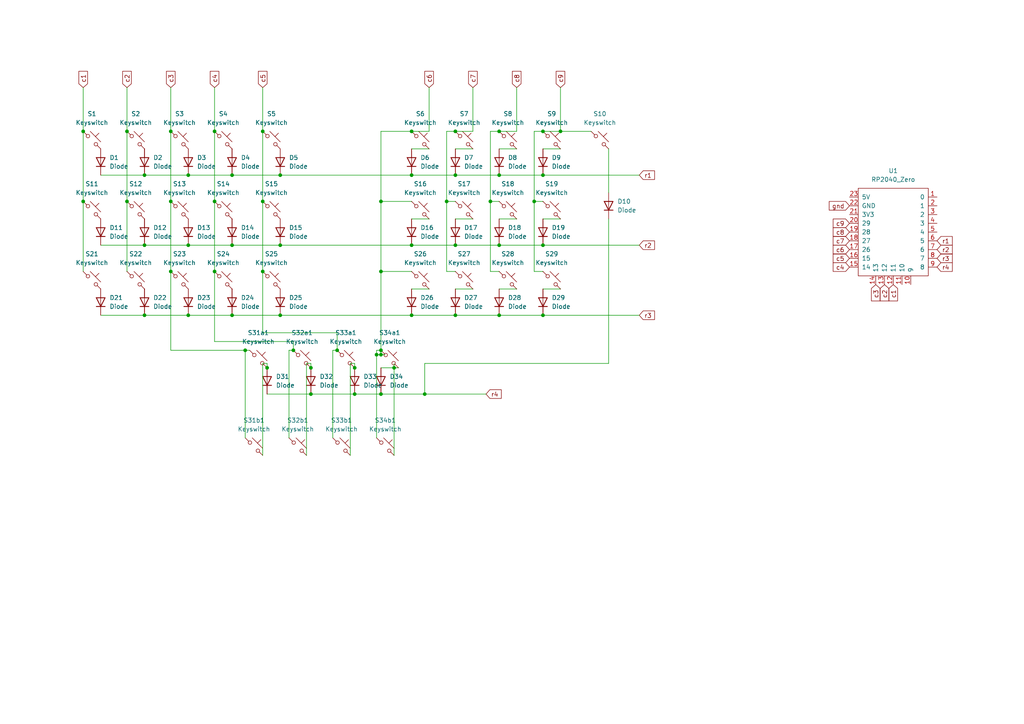
<source format=kicad_sch>
(kicad_sch (version 20230121) (generator eeschema)

  (uuid 06c90a0e-9473-4f75-bdea-c580e35d9ad0)

  (paper "A4")

  (lib_symbols
    (symbol "ScottoKeebs:MCU_RP2040_Zero" (pin_names (offset 1.016)) (in_bom yes) (on_board yes)
      (property "Reference" "U" (at 0 15.24 0)
        (effects (font (size 1.27 1.27)))
      )
      (property "Value" "RP2040_Zero" (at 0 12.7 0)
        (effects (font (size 1.27 1.27)))
      )
      (property "Footprint" "ScottoKeebs_MCU:RP2040_Zero" (at -8.89 5.08 0)
        (effects (font (size 1.27 1.27)) hide)
      )
      (property "Datasheet" "" (at -8.89 5.08 0)
        (effects (font (size 1.27 1.27)) hide)
      )
      (symbol "MCU_RP2040_Zero_0_1"
        (rectangle (start -10.16 11.43) (end 10.16 -13.97)
          (stroke (width 0) (type default))
          (fill (type none))
        )
      )
      (symbol "MCU_RP2040_Zero_1_1"
        (pin bidirectional line (at 12.7 8.89 180) (length 2.54)
          (name "0" (effects (font (size 1.27 1.27))))
          (number "1" (effects (font (size 1.27 1.27))))
        )
        (pin bidirectional line (at 5.08 -16.51 90) (length 2.54)
          (name "9" (effects (font (size 1.27 1.27))))
          (number "10" (effects (font (size 1.27 1.27))))
        )
        (pin bidirectional line (at 2.54 -16.51 90) (length 2.54)
          (name "10" (effects (font (size 1.27 1.27))))
          (number "11" (effects (font (size 1.27 1.27))))
        )
        (pin bidirectional line (at 0 -16.51 90) (length 2.54)
          (name "11" (effects (font (size 1.27 1.27))))
          (number "12" (effects (font (size 1.27 1.27))))
        )
        (pin bidirectional line (at -2.54 -16.51 90) (length 2.54)
          (name "12" (effects (font (size 1.27 1.27))))
          (number "13" (effects (font (size 1.27 1.27))))
        )
        (pin bidirectional line (at -5.08 -16.51 90) (length 2.54)
          (name "13" (effects (font (size 1.27 1.27))))
          (number "14" (effects (font (size 1.27 1.27))))
        )
        (pin bidirectional line (at -12.7 -11.43 0) (length 2.54)
          (name "14" (effects (font (size 1.27 1.27))))
          (number "15" (effects (font (size 1.27 1.27))))
        )
        (pin bidirectional line (at -12.7 -8.89 0) (length 2.54)
          (name "15" (effects (font (size 1.27 1.27))))
          (number "16" (effects (font (size 1.27 1.27))))
        )
        (pin bidirectional line (at -12.7 -6.35 0) (length 2.54)
          (name "26" (effects (font (size 1.27 1.27))))
          (number "17" (effects (font (size 1.27 1.27))))
        )
        (pin bidirectional line (at -12.7 -3.81 0) (length 2.54)
          (name "27" (effects (font (size 1.27 1.27))))
          (number "18" (effects (font (size 1.27 1.27))))
        )
        (pin bidirectional line (at -12.7 -1.27 0) (length 2.54)
          (name "28" (effects (font (size 1.27 1.27))))
          (number "19" (effects (font (size 1.27 1.27))))
        )
        (pin bidirectional line (at 12.7 6.35 180) (length 2.54)
          (name "1" (effects (font (size 1.27 1.27))))
          (number "2" (effects (font (size 1.27 1.27))))
        )
        (pin bidirectional line (at -12.7 1.27 0) (length 2.54)
          (name "29" (effects (font (size 1.27 1.27))))
          (number "20" (effects (font (size 1.27 1.27))))
        )
        (pin power_out line (at -12.7 3.81 0) (length 2.54)
          (name "3V3" (effects (font (size 1.27 1.27))))
          (number "21" (effects (font (size 1.27 1.27))))
        )
        (pin power_out line (at -12.7 6.35 0) (length 2.54)
          (name "GND" (effects (font (size 1.27 1.27))))
          (number "22" (effects (font (size 1.27 1.27))))
        )
        (pin power_out line (at -12.7 8.89 0) (length 2.54)
          (name "5V" (effects (font (size 1.27 1.27))))
          (number "23" (effects (font (size 1.27 1.27))))
        )
        (pin bidirectional line (at 12.7 3.81 180) (length 2.54)
          (name "2" (effects (font (size 1.27 1.27))))
          (number "3" (effects (font (size 1.27 1.27))))
        )
        (pin bidirectional line (at 12.7 1.27 180) (length 2.54)
          (name "3" (effects (font (size 1.27 1.27))))
          (number "4" (effects (font (size 1.27 1.27))))
        )
        (pin bidirectional line (at 12.7 -1.27 180) (length 2.54)
          (name "4" (effects (font (size 1.27 1.27))))
          (number "5" (effects (font (size 1.27 1.27))))
        )
        (pin bidirectional line (at 12.7 -3.81 180) (length 2.54)
          (name "5" (effects (font (size 1.27 1.27))))
          (number "6" (effects (font (size 1.27 1.27))))
        )
        (pin bidirectional line (at 12.7 -6.35 180) (length 2.54)
          (name "6" (effects (font (size 1.27 1.27))))
          (number "7" (effects (font (size 1.27 1.27))))
        )
        (pin bidirectional line (at 12.7 -8.89 180) (length 2.54)
          (name "7" (effects (font (size 1.27 1.27))))
          (number "8" (effects (font (size 1.27 1.27))))
        )
        (pin bidirectional line (at 12.7 -11.43 180) (length 2.54)
          (name "8" (effects (font (size 1.27 1.27))))
          (number "9" (effects (font (size 1.27 1.27))))
        )
      )
    )
    (symbol "ScottoKeebs:Placeholder_Diode" (pin_numbers hide) (pin_names hide) (in_bom yes) (on_board yes)
      (property "Reference" "D" (at 0 2.54 0)
        (effects (font (size 1.27 1.27)))
      )
      (property "Value" "Diode" (at 0 -2.54 0)
        (effects (font (size 1.27 1.27)))
      )
      (property "Footprint" "" (at 0 0 0)
        (effects (font (size 1.27 1.27)) hide)
      )
      (property "Datasheet" "" (at 0 0 0)
        (effects (font (size 1.27 1.27)) hide)
      )
      (property "Sim.Device" "D" (at 0 0 0)
        (effects (font (size 1.27 1.27)) hide)
      )
      (property "Sim.Pins" "1=K 2=A" (at 0 0 0)
        (effects (font (size 1.27 1.27)) hide)
      )
      (property "ki_keywords" "diode" (at 0 0 0)
        (effects (font (size 1.27 1.27)) hide)
      )
      (property "ki_description" "1N4148 (DO-35) or 1N4148W (SOD-123)" (at 0 0 0)
        (effects (font (size 1.27 1.27)) hide)
      )
      (property "ki_fp_filters" "D*DO?35*" (at 0 0 0)
        (effects (font (size 1.27 1.27)) hide)
      )
      (symbol "Placeholder_Diode_0_1"
        (polyline
          (pts
            (xy -1.27 1.27)
            (xy -1.27 -1.27)
          )
          (stroke (width 0.254) (type default))
          (fill (type none))
        )
        (polyline
          (pts
            (xy 1.27 0)
            (xy -1.27 0)
          )
          (stroke (width 0) (type default))
          (fill (type none))
        )
        (polyline
          (pts
            (xy 1.27 1.27)
            (xy 1.27 -1.27)
            (xy -1.27 0)
            (xy 1.27 1.27)
          )
          (stroke (width 0.254) (type default))
          (fill (type none))
        )
      )
      (symbol "Placeholder_Diode_1_1"
        (pin passive line (at -3.81 0 0) (length 2.54)
          (name "K" (effects (font (size 1.27 1.27))))
          (number "1" (effects (font (size 1.27 1.27))))
        )
        (pin passive line (at 3.81 0 180) (length 2.54)
          (name "A" (effects (font (size 1.27 1.27))))
          (number "2" (effects (font (size 1.27 1.27))))
        )
      )
    )
    (symbol "ScottoKeebs:Placeholder_Keyswitch" (pin_numbers hide) (pin_names (offset 1.016) hide) (in_bom yes) (on_board yes)
      (property "Reference" "S" (at 3.048 1.016 0)
        (effects (font (size 1.27 1.27)) (justify left))
      )
      (property "Value" "Keyswitch" (at 0 -3.81 0)
        (effects (font (size 1.27 1.27)))
      )
      (property "Footprint" "" (at 0 0 0)
        (effects (font (size 1.27 1.27)) hide)
      )
      (property "Datasheet" "~" (at 0 0 0)
        (effects (font (size 1.27 1.27)) hide)
      )
      (property "ki_keywords" "switch normally-open pushbutton push-button" (at 0 0 0)
        (effects (font (size 1.27 1.27)) hide)
      )
      (property "ki_description" "Push button switch, normally open, two pins, 45° tilted" (at 0 0 0)
        (effects (font (size 1.27 1.27)) hide)
      )
      (symbol "Placeholder_Keyswitch_0_1"
        (circle (center -1.1684 1.1684) (radius 0.508)
          (stroke (width 0) (type default))
          (fill (type none))
        )
        (polyline
          (pts
            (xy -0.508 2.54)
            (xy 2.54 -0.508)
          )
          (stroke (width 0) (type default))
          (fill (type none))
        )
        (polyline
          (pts
            (xy 1.016 1.016)
            (xy 2.032 2.032)
          )
          (stroke (width 0) (type default))
          (fill (type none))
        )
        (polyline
          (pts
            (xy -2.54 2.54)
            (xy -1.524 1.524)
            (xy -1.524 1.524)
          )
          (stroke (width 0) (type default))
          (fill (type none))
        )
        (polyline
          (pts
            (xy 1.524 -1.524)
            (xy 2.54 -2.54)
            (xy 2.54 -2.54)
            (xy 2.54 -2.54)
          )
          (stroke (width 0) (type default))
          (fill (type none))
        )
        (circle (center 1.143 -1.1938) (radius 0.508)
          (stroke (width 0) (type default))
          (fill (type none))
        )
        (pin passive line (at -2.54 2.54 0) (length 0)
          (name "1" (effects (font (size 1.27 1.27))))
          (number "1" (effects (font (size 1.27 1.27))))
        )
        (pin passive line (at 2.54 -2.54 180) (length 0)
          (name "2" (effects (font (size 1.27 1.27))))
          (number "2" (effects (font (size 1.27 1.27))))
        )
      )
    )
  )

  (junction (at 62.23 78.74) (diameter 0) (color 0 0 0 0)
    (uuid 012dbe9a-8987-4764-8798-c749a65631f0)
  )
  (junction (at 110.49 101.6) (diameter 0) (color 0 0 0 0)
    (uuid 0a109f2f-988e-4994-98bc-4122268f0754)
  )
  (junction (at 123.19 114.3) (diameter 0) (color 0 0 0 0)
    (uuid 15e078d8-a92a-4824-90dc-6d3ef1894f21)
  )
  (junction (at 77.47 106.68) (diameter 0) (color 0 0 0 0)
    (uuid 15ea8836-5d59-435f-95c0-c317d5b4f562)
  )
  (junction (at 54.61 50.8) (diameter 0) (color 0 0 0 0)
    (uuid 198db51b-3eaf-4d71-9ebb-51a029a9846f)
  )
  (junction (at 132.08 91.44) (diameter 0) (color 0 0 0 0)
    (uuid 1c65ac77-7fd7-4000-9d2f-f03706b639bc)
  )
  (junction (at 157.48 71.12) (diameter 0) (color 0 0 0 0)
    (uuid 1d1fd33a-2bf8-4cf2-a62b-7bb5be5a0c42)
  )
  (junction (at 162.56 38.1) (diameter 0) (color 0 0 0 0)
    (uuid 1d72bb38-b3fc-4acd-8b32-b713b733114c)
  )
  (junction (at 36.83 58.42) (diameter 0) (color 0 0 0 0)
    (uuid 1da4b6d1-ab10-40ea-8787-3f0d6b4d2717)
  )
  (junction (at 76.2 78.74) (diameter 0) (color 0 0 0 0)
    (uuid 1e3dc882-b5ef-49cc-a070-8ba4a74a0998)
  )
  (junction (at 67.31 71.12) (diameter 0) (color 0 0 0 0)
    (uuid 232401bd-bb3d-4aa9-b352-6efb5e23a40f)
  )
  (junction (at 49.53 58.42) (diameter 0) (color 0 0 0 0)
    (uuid 24f1bb31-893f-44d0-a7bc-c815b6f44d46)
  )
  (junction (at 76.2 58.42) (diameter 0) (color 0 0 0 0)
    (uuid 2c13ad10-21bb-47f6-8537-ec0a2f01cb91)
  )
  (junction (at 81.28 91.44) (diameter 0) (color 0 0 0 0)
    (uuid 3cd2ccc3-198b-4937-a353-da5786bf1918)
  )
  (junction (at 41.91 50.8) (diameter 0) (color 0 0 0 0)
    (uuid 4214aac1-7a49-426f-839e-9e226ba4df24)
  )
  (junction (at 144.78 38.1) (diameter 0) (color 0 0 0 0)
    (uuid 451ae006-97d4-45e2-ba36-f28699e70ad5)
  )
  (junction (at 157.48 50.8) (diameter 0) (color 0 0 0 0)
    (uuid 497f240f-647d-4c6e-b6e9-31c4066f6f4d)
  )
  (junction (at 67.31 91.44) (diameter 0) (color 0 0 0 0)
    (uuid 4adffad5-89f3-4637-bfa3-029a8c249d43)
  )
  (junction (at 110.49 58.42) (diameter 0) (color 0 0 0 0)
    (uuid 4c456d9c-4786-43c8-add0-716efa816165)
  )
  (junction (at 71.12 101.6) (diameter 0) (color 0 0 0 0)
    (uuid 4d6dfbaf-4335-4ad7-b6c9-2b82aea24ac1)
  )
  (junction (at 132.08 71.12) (diameter 0) (color 0 0 0 0)
    (uuid 514175ba-c485-408f-ab2d-a16a3bfbe5db)
  )
  (junction (at 144.78 71.12) (diameter 0) (color 0 0 0 0)
    (uuid 520da2bc-afb8-4b8e-915c-2f82bd463380)
  )
  (junction (at 102.87 106.68) (diameter 0) (color 0 0 0 0)
    (uuid 557130ba-f78b-43c6-a094-1b71ccc08dd2)
  )
  (junction (at 119.38 91.44) (diameter 0) (color 0 0 0 0)
    (uuid 642d61bc-7ce7-47e1-8264-959714e454a9)
  )
  (junction (at 85.09 101.6) (diameter 0) (color 0 0 0 0)
    (uuid 6591b9d7-20c6-4acc-91cf-456ed46b6c58)
  )
  (junction (at 81.28 50.8) (diameter 0) (color 0 0 0 0)
    (uuid 674e8913-f0fd-4934-a588-d24207da146c)
  )
  (junction (at 110.49 114.3) (diameter 0) (color 0 0 0 0)
    (uuid 674f061d-8cfb-4b37-bef8-252fd1258dac)
  )
  (junction (at 110.49 102.87) (diameter 0) (color 0 0 0 0)
    (uuid 796303f5-107b-4ec4-bceb-e89f896dc34b)
  )
  (junction (at 142.24 58.42) (diameter 0) (color 0 0 0 0)
    (uuid 7d2cb75d-e3ba-4099-86d0-99829c9b8708)
  )
  (junction (at 144.78 50.8) (diameter 0) (color 0 0 0 0)
    (uuid 7e4e67bc-64ea-4dcd-a78c-1c514a9059f6)
  )
  (junction (at 54.61 71.12) (diameter 0) (color 0 0 0 0)
    (uuid 87a4b522-6bbd-4857-8901-4226b313adc1)
  )
  (junction (at 97.79 101.6) (diameter 0) (color 0 0 0 0)
    (uuid 937a52f7-1c7e-4ed7-a0f8-23c3b92ab0eb)
  )
  (junction (at 114.3 106.68) (diameter 0) (color 0 0 0 0)
    (uuid 93b3ec08-e160-4102-afb0-fa5ece43bfde)
  )
  (junction (at 24.13 38.1) (diameter 0) (color 0 0 0 0)
    (uuid 96d7a6b8-9cd6-492a-8600-d7c09d4140b8)
  )
  (junction (at 90.17 106.68) (diameter 0) (color 0 0 0 0)
    (uuid 985d3320-518c-4cd8-9124-8cc9de0aa1a2)
  )
  (junction (at 129.54 58.42) (diameter 0) (color 0 0 0 0)
    (uuid 991bd098-3b7e-4655-9e30-8745fa339542)
  )
  (junction (at 119.38 50.8) (diameter 0) (color 0 0 0 0)
    (uuid 9ff75fa7-3e6f-4e82-b254-7a7b3ee1ebdc)
  )
  (junction (at 76.2 38.1) (diameter 0) (color 0 0 0 0)
    (uuid a141db24-1d3a-490b-af63-bdf9bf2cec02)
  )
  (junction (at 67.31 50.8) (diameter 0) (color 0 0 0 0)
    (uuid a1614d14-408e-4133-bb0b-a1779b6ae381)
  )
  (junction (at 110.49 78.74) (diameter 0) (color 0 0 0 0)
    (uuid a8fa3b2a-fb71-4de7-81ac-1796f39b722f)
  )
  (junction (at 132.08 50.8) (diameter 0) (color 0 0 0 0)
    (uuid a9ab92a1-1f4c-47c4-8533-3f80b28ef3d3)
  )
  (junction (at 81.28 71.12) (diameter 0) (color 0 0 0 0)
    (uuid adaaf435-6b7d-45f4-924e-e46c745cfdea)
  )
  (junction (at 132.08 38.1) (diameter 0) (color 0 0 0 0)
    (uuid b2cd409f-74c5-4260-b4fe-e081052a71fc)
  )
  (junction (at 144.78 91.44) (diameter 0) (color 0 0 0 0)
    (uuid b66f2c94-14af-4716-bec1-3734ffa6b0e5)
  )
  (junction (at 36.83 38.1) (diameter 0) (color 0 0 0 0)
    (uuid b7807a71-d8c5-4a61-961f-424a600d0414)
  )
  (junction (at 41.91 91.44) (diameter 0) (color 0 0 0 0)
    (uuid b8c3bea3-6109-467e-8e2b-f74816fca88f)
  )
  (junction (at 102.87 114.3) (diameter 0) (color 0 0 0 0)
    (uuid be67fbda-128b-4713-80c4-abb329d7478f)
  )
  (junction (at 41.91 71.12) (diameter 0) (color 0 0 0 0)
    (uuid c1bfd85f-76c2-4bc0-accb-7289cc4e1a32)
  )
  (junction (at 109.22 102.87) (diameter 0) (color 0 0 0 0)
    (uuid ca045dcc-a3ca-4dff-871c-a90e2ad7d407)
  )
  (junction (at 119.38 71.12) (diameter 0) (color 0 0 0 0)
    (uuid cbd6a2d3-56a5-4e12-8855-8c87d0d96036)
  )
  (junction (at 24.13 58.42) (diameter 0) (color 0 0 0 0)
    (uuid d22c636c-47c5-46cd-bfdc-6e9f0fbb80bf)
  )
  (junction (at 54.61 91.44) (diameter 0) (color 0 0 0 0)
    (uuid d23de404-fc7a-4357-88c5-45670c695ff4)
  )
  (junction (at 157.48 38.1) (diameter 0) (color 0 0 0 0)
    (uuid d747d1c6-7b72-40a8-a3a8-98ece74e6fe1)
  )
  (junction (at 49.53 78.74) (diameter 0) (color 0 0 0 0)
    (uuid e499ece2-2ad5-4fa2-8094-b7919d3d3610)
  )
  (junction (at 62.23 38.1) (diameter 0) (color 0 0 0 0)
    (uuid e97012c4-59be-405e-abac-b4c9cc7e71f7)
  )
  (junction (at 90.17 114.3) (diameter 0) (color 0 0 0 0)
    (uuid edfba687-c467-4d55-8fcc-ee66428ac203)
  )
  (junction (at 154.94 58.42) (diameter 0) (color 0 0 0 0)
    (uuid f0e0db2b-de7b-4f2e-a3d0-953109c44b9f)
  )
  (junction (at 119.38 38.1) (diameter 0) (color 0 0 0 0)
    (uuid f2e5f168-ad38-4627-8e58-bce9005966f5)
  )
  (junction (at 49.53 38.1) (diameter 0) (color 0 0 0 0)
    (uuid f46a81e4-67a5-49d4-8ecd-18d0ea6dd152)
  )
  (junction (at 157.48 91.44) (diameter 0) (color 0 0 0 0)
    (uuid f92f15ae-96de-4a9f-9b8c-6fbf245513d7)
  )
  (junction (at 62.23 58.42) (diameter 0) (color 0 0 0 0)
    (uuid fdf760f2-4acb-4b7d-8cfc-8f49a71d00e0)
  )

  (wire (pts (xy 62.23 99.06) (xy 62.23 78.74))
    (stroke (width 0) (type default))
    (uuid 01991251-8877-4e10-b2a4-b5f2b7dca051)
  )
  (wire (pts (xy 29.21 71.12) (xy 41.91 71.12))
    (stroke (width 0) (type default))
    (uuid 02950786-a961-4753-bd57-7ae692da012b)
  )
  (wire (pts (xy 62.23 78.74) (xy 62.23 58.42))
    (stroke (width 0) (type default))
    (uuid 040b43e1-9f8f-45dc-92c4-d709d28b6603)
  )
  (wire (pts (xy 88.9 105.41) (xy 88.9 132.08))
    (stroke (width 0) (type default))
    (uuid 073cb2ca-a03b-4c05-a367-02d8372e3047)
  )
  (wire (pts (xy 176.53 63.5) (xy 176.53 105.41))
    (stroke (width 0) (type default))
    (uuid 0982498a-35a4-479e-b699-00833afb619c)
  )
  (wire (pts (xy 62.23 25.4) (xy 62.23 38.1))
    (stroke (width 0) (type default))
    (uuid 09c927a1-bbd2-4682-8bdc-e9eb72fcebb4)
  )
  (wire (pts (xy 119.38 38.1) (xy 110.49 38.1))
    (stroke (width 0) (type default))
    (uuid 09d1443b-d41e-43f6-8aef-7cd55b2fd19b)
  )
  (wire (pts (xy 119.38 91.44) (xy 132.08 91.44))
    (stroke (width 0) (type default))
    (uuid 09fe8b62-9dbc-4f12-a235-1fb3aef79848)
  )
  (wire (pts (xy 162.56 25.4) (xy 162.56 38.1))
    (stroke (width 0) (type default))
    (uuid 0b7497aa-c94f-49b4-a7f3-453f59e938d9)
  )
  (wire (pts (xy 85.09 101.6) (xy 85.09 99.06))
    (stroke (width 0) (type default))
    (uuid 0c088665-c406-4add-8cda-f59747b259f2)
  )
  (wire (pts (xy 157.48 71.12) (xy 185.42 71.12))
    (stroke (width 0) (type default))
    (uuid 0e63234a-c9ce-4f19-8b5b-c9e149b8d101)
  )
  (wire (pts (xy 132.08 38.1) (xy 129.54 38.1))
    (stroke (width 0) (type default))
    (uuid 0faf6daa-0b80-4bb8-9d3d-f97c593d2208)
  )
  (wire (pts (xy 114.3 106.68) (xy 115.57 106.68))
    (stroke (width 0) (type default))
    (uuid 0fdb10e9-4109-4752-8c9b-ecadbef9c0cd)
  )
  (wire (pts (xy 142.24 58.42) (xy 144.78 58.42))
    (stroke (width 0) (type default))
    (uuid 116505a2-e907-4eca-ab9d-b437e4f9a17c)
  )
  (wire (pts (xy 36.83 78.74) (xy 36.83 58.42))
    (stroke (width 0) (type default))
    (uuid 161e0165-44f3-4cad-a8c6-6351827129d9)
  )
  (wire (pts (xy 110.49 58.42) (xy 110.49 78.74))
    (stroke (width 0) (type default))
    (uuid 17dc5e4c-fc72-44ae-8b11-a8d756e1a46c)
  )
  (wire (pts (xy 176.53 105.41) (xy 123.19 105.41))
    (stroke (width 0) (type default))
    (uuid 19e47a90-89e5-4d33-8032-f08278174619)
  )
  (wire (pts (xy 154.94 38.1) (xy 154.94 58.42))
    (stroke (width 0) (type default))
    (uuid 1b131d6e-bd7d-4f8b-9b34-eb51b8255e17)
  )
  (wire (pts (xy 129.54 58.42) (xy 132.08 58.42))
    (stroke (width 0) (type default))
    (uuid 1ea9206c-69e2-48f5-b39c-43c19556ef43)
  )
  (wire (pts (xy 101.6 105.41) (xy 101.6 132.08))
    (stroke (width 0) (type default))
    (uuid 2304485e-803d-4912-917e-c5a392321ecc)
  )
  (wire (pts (xy 144.78 63.5) (xy 149.86 63.5))
    (stroke (width 0) (type default))
    (uuid 2397e9f7-4642-4f48-b9a4-08849d3dc4db)
  )
  (wire (pts (xy 102.87 105.41) (xy 102.87 106.68))
    (stroke (width 0) (type default))
    (uuid 244fe820-8085-458a-9aa6-8a1667baa1e2)
  )
  (wire (pts (xy 101.6 105.41) (xy 102.87 105.41))
    (stroke (width 0) (type default))
    (uuid 26f9b1f0-d90d-4434-a67a-653e5a5b95e7)
  )
  (wire (pts (xy 142.24 78.74) (xy 144.78 78.74))
    (stroke (width 0) (type default))
    (uuid 29df4b67-4965-4a46-9494-b637393f9e5f)
  )
  (wire (pts (xy 119.38 63.5) (xy 124.46 63.5))
    (stroke (width 0) (type default))
    (uuid 2ba4d6d8-ccfd-4d64-a867-fa2d939fcc83)
  )
  (wire (pts (xy 154.94 78.74) (xy 157.48 78.74))
    (stroke (width 0) (type default))
    (uuid 2c758e54-c457-43f3-8f54-24ca39d3f8ce)
  )
  (wire (pts (xy 97.79 96.52) (xy 76.2 96.52))
    (stroke (width 0) (type default))
    (uuid 2df7c275-24ea-4c02-abc3-9be2cf7658ab)
  )
  (wire (pts (xy 132.08 83.82) (xy 137.16 83.82))
    (stroke (width 0) (type default))
    (uuid 336ee5ed-ffd9-45b3-9f12-55f49555a82c)
  )
  (wire (pts (xy 67.31 91.44) (xy 81.28 91.44))
    (stroke (width 0) (type default))
    (uuid 3684f9c9-b3c9-453a-961e-29f3613abf57)
  )
  (wire (pts (xy 41.91 91.44) (xy 54.61 91.44))
    (stroke (width 0) (type default))
    (uuid 370a4d5d-1768-493a-9b49-fc29d50d1541)
  )
  (wire (pts (xy 71.12 101.6) (xy 71.12 127))
    (stroke (width 0) (type default))
    (uuid 38173cd4-a35f-4060-b698-b8e7f7fd6f53)
  )
  (wire (pts (xy 162.56 38.1) (xy 157.48 38.1))
    (stroke (width 0) (type default))
    (uuid 38fda178-4fbf-47e0-bdaf-bf65ab73f3d4)
  )
  (wire (pts (xy 77.47 105.41) (xy 77.47 106.68))
    (stroke (width 0) (type default))
    (uuid 458d27af-252d-4e27-b500-046f585193fc)
  )
  (wire (pts (xy 76.2 105.41) (xy 77.47 105.41))
    (stroke (width 0) (type default))
    (uuid 4a587cc3-4326-47c8-9b55-6bb60e75e7c9)
  )
  (wire (pts (xy 67.31 50.8) (xy 81.28 50.8))
    (stroke (width 0) (type default))
    (uuid 4b9a5015-cc4c-4e27-bb1b-3f868370eced)
  )
  (wire (pts (xy 62.23 58.42) (xy 62.23 38.1))
    (stroke (width 0) (type default))
    (uuid 4e58156c-19ea-4115-9a4d-fabf99d2aab6)
  )
  (wire (pts (xy 114.3 106.68) (xy 114.3 132.08))
    (stroke (width 0) (type default))
    (uuid 4f73dea1-900a-4199-9840-0d03e49aabdc)
  )
  (wire (pts (xy 77.47 114.3) (xy 90.17 114.3))
    (stroke (width 0) (type default))
    (uuid 5264f1d4-2239-4155-b7ce-ff0445e08b65)
  )
  (wire (pts (xy 81.28 91.44) (xy 119.38 91.44))
    (stroke (width 0) (type default))
    (uuid 52beeee6-3c7a-43de-9c96-7bff251b8ebf)
  )
  (wire (pts (xy 96.52 101.6) (xy 97.79 101.6))
    (stroke (width 0) (type default))
    (uuid 5419c22f-bc34-4e95-b77e-40bf451e0c41)
  )
  (wire (pts (xy 109.22 127) (xy 109.22 102.87))
    (stroke (width 0) (type default))
    (uuid 564fe52a-51e0-4ef7-b063-1670a76ff0c9)
  )
  (wire (pts (xy 157.48 63.5) (xy 162.56 63.5))
    (stroke (width 0) (type default))
    (uuid 5689bcc2-4c51-48eb-9707-6253af4185a9)
  )
  (wire (pts (xy 110.49 78.74) (xy 119.38 78.74))
    (stroke (width 0) (type default))
    (uuid 58e00d1d-9d17-45fa-8914-b07768b5be02)
  )
  (wire (pts (xy 157.48 83.82) (xy 162.56 83.82))
    (stroke (width 0) (type default))
    (uuid 5f4fb651-281f-430e-a2a0-ced35ca9419e)
  )
  (wire (pts (xy 109.22 101.6) (xy 110.49 101.6))
    (stroke (width 0) (type default))
    (uuid 613f9798-f3e3-485f-87cf-652b638b6edb)
  )
  (wire (pts (xy 109.22 102.87) (xy 110.49 102.87))
    (stroke (width 0) (type default))
    (uuid 636d3759-7ecf-4103-9095-3c6c0c8cc6cf)
  )
  (wire (pts (xy 144.78 91.44) (xy 157.48 91.44))
    (stroke (width 0) (type default))
    (uuid 6431b413-030f-4672-9110-1316a43dedcf)
  )
  (wire (pts (xy 132.08 71.12) (xy 144.78 71.12))
    (stroke (width 0) (type default))
    (uuid 6501f4a2-f566-4054-9947-bc2cdad4a5fb)
  )
  (wire (pts (xy 142.24 58.42) (xy 142.24 78.74))
    (stroke (width 0) (type default))
    (uuid 666908ab-35a2-45cf-a425-937f787fd583)
  )
  (wire (pts (xy 76.2 58.42) (xy 76.2 38.1))
    (stroke (width 0) (type default))
    (uuid 675716f2-9072-49ca-ab89-a527f7152a15)
  )
  (wire (pts (xy 54.61 50.8) (xy 67.31 50.8))
    (stroke (width 0) (type default))
    (uuid 6767bea4-6be1-464a-b53c-980211d1838a)
  )
  (wire (pts (xy 81.28 50.8) (xy 119.38 50.8))
    (stroke (width 0) (type default))
    (uuid 68383912-77c1-41f9-be80-3c9a7abc2888)
  )
  (wire (pts (xy 142.24 38.1) (xy 142.24 58.42))
    (stroke (width 0) (type default))
    (uuid 6943c38f-1ccb-4f16-86e3-82578171d572)
  )
  (wire (pts (xy 90.17 105.41) (xy 90.17 106.68))
    (stroke (width 0) (type default))
    (uuid 6eb3e43a-ce67-49ff-8404-b449a994dba2)
  )
  (wire (pts (xy 157.48 91.44) (xy 185.42 91.44))
    (stroke (width 0) (type default))
    (uuid 732635cf-9e2e-4b34-8762-d72a2aa1c45b)
  )
  (wire (pts (xy 162.56 38.1) (xy 171.45 38.1))
    (stroke (width 0) (type default))
    (uuid 73c6aab0-7c1e-4343-af91-c11e2488c4d1)
  )
  (wire (pts (xy 49.53 101.6) (xy 49.53 78.74))
    (stroke (width 0) (type default))
    (uuid 745cc228-0d05-411f-a89e-b6b44b2722fd)
  )
  (wire (pts (xy 123.19 114.3) (xy 140.97 114.3))
    (stroke (width 0) (type default))
    (uuid 752f4be6-2ff3-4ce4-9148-b39dbdceeefd)
  )
  (wire (pts (xy 176.53 43.18) (xy 176.53 55.88))
    (stroke (width 0) (type default))
    (uuid 776e3340-c725-41ef-bb3c-ccfd6eb6b842)
  )
  (wire (pts (xy 124.46 25.4) (xy 124.46 38.1))
    (stroke (width 0) (type default))
    (uuid 7854bd90-991b-4997-a543-6bd7676ac50f)
  )
  (wire (pts (xy 83.82 101.6) (xy 85.09 101.6))
    (stroke (width 0) (type default))
    (uuid 78bb32e4-7512-4087-a13b-f52878436272)
  )
  (wire (pts (xy 119.38 71.12) (xy 132.08 71.12))
    (stroke (width 0) (type default))
    (uuid 7b2a39ab-73bf-4653-bed0-112b80989ca6)
  )
  (wire (pts (xy 24.13 25.4) (xy 24.13 38.1))
    (stroke (width 0) (type default))
    (uuid 7b847b6c-1e31-4b38-a995-0d9c7b220555)
  )
  (wire (pts (xy 114.3 105.41) (xy 114.3 106.68))
    (stroke (width 0) (type default))
    (uuid 7d41c108-fe01-4c8e-b465-a0b99d8655a0)
  )
  (wire (pts (xy 129.54 38.1) (xy 129.54 58.42))
    (stroke (width 0) (type default))
    (uuid 7f48efc8-9111-4f2c-844e-283d1b3a35a6)
  )
  (wire (pts (xy 124.46 38.1) (xy 119.38 38.1))
    (stroke (width 0) (type default))
    (uuid 805d4889-94cd-480a-bdc3-58e75fce2a82)
  )
  (wire (pts (xy 157.48 43.18) (xy 162.56 43.18))
    (stroke (width 0) (type default))
    (uuid 8795d332-281d-40c1-9995-602c3d7de67f)
  )
  (wire (pts (xy 81.28 71.12) (xy 119.38 71.12))
    (stroke (width 0) (type default))
    (uuid 8a19c251-e66a-4908-a953-a6aa8d9d0fa1)
  )
  (wire (pts (xy 110.49 114.3) (xy 123.19 114.3))
    (stroke (width 0) (type default))
    (uuid 8ab27ace-d950-403d-bc3a-2d26f55ce535)
  )
  (wire (pts (xy 76.2 105.41) (xy 76.2 132.08))
    (stroke (width 0) (type default))
    (uuid 8cfa7ed2-8a15-4d1f-87e6-d4db3c34559c)
  )
  (wire (pts (xy 110.49 78.74) (xy 110.49 101.6))
    (stroke (width 0) (type default))
    (uuid 8e6da8ac-eb06-4194-b55b-9cdaf2f83d97)
  )
  (wire (pts (xy 36.83 25.4) (xy 36.83 38.1))
    (stroke (width 0) (type default))
    (uuid 90afb991-1578-430e-b14f-4f1f68829827)
  )
  (wire (pts (xy 110.49 38.1) (xy 110.49 58.42))
    (stroke (width 0) (type default))
    (uuid 9116af3d-65d9-4204-805b-3091339a85de)
  )
  (wire (pts (xy 49.53 78.74) (xy 49.53 58.42))
    (stroke (width 0) (type default))
    (uuid 92d9d5f3-c070-49f3-89be-c379cd25517a)
  )
  (wire (pts (xy 24.13 78.74) (xy 24.13 58.42))
    (stroke (width 0) (type default))
    (uuid 93a84ee6-5251-4cc6-93d2-1568c0c7d239)
  )
  (wire (pts (xy 154.94 58.42) (xy 157.48 58.42))
    (stroke (width 0) (type default))
    (uuid 944fc871-9610-4872-99f6-8a9393d05e6b)
  )
  (wire (pts (xy 72.39 101.6) (xy 71.12 101.6))
    (stroke (width 0) (type default))
    (uuid 9753e6eb-3531-4d6e-8edb-dd1306b47937)
  )
  (wire (pts (xy 110.49 58.42) (xy 119.38 58.42))
    (stroke (width 0) (type default))
    (uuid 982dbe22-d1d1-44e1-82ad-870a72e6159a)
  )
  (wire (pts (xy 41.91 71.12) (xy 54.61 71.12))
    (stroke (width 0) (type default))
    (uuid 9b7943cd-3c24-4050-9472-55745b1bbcc1)
  )
  (wire (pts (xy 110.49 101.6) (xy 110.49 102.87))
    (stroke (width 0) (type default))
    (uuid 9c47f37d-7690-48c5-9c3c-5e9ab8eed1ea)
  )
  (wire (pts (xy 29.21 50.8) (xy 41.91 50.8))
    (stroke (width 0) (type default))
    (uuid 9eef164b-8822-4c9a-9c66-3fa8563b5f53)
  )
  (wire (pts (xy 83.82 127) (xy 83.82 101.6))
    (stroke (width 0) (type default))
    (uuid a09bbee9-5b9a-4ddf-9422-652c66a25beb)
  )
  (wire (pts (xy 96.52 127) (xy 96.52 101.6))
    (stroke (width 0) (type default))
    (uuid a1dfa7d5-aafe-4c91-acb9-c5b22998e1b2)
  )
  (wire (pts (xy 144.78 71.12) (xy 157.48 71.12))
    (stroke (width 0) (type default))
    (uuid a3fdc236-bf72-4b1e-8325-e581451e1309)
  )
  (wire (pts (xy 137.16 25.4) (xy 137.16 38.1))
    (stroke (width 0) (type default))
    (uuid a458de20-7de2-4690-b6bd-e5686030a1e8)
  )
  (wire (pts (xy 154.94 58.42) (xy 154.94 78.74))
    (stroke (width 0) (type default))
    (uuid a577893b-c580-4dab-aa6e-f201215911da)
  )
  (wire (pts (xy 90.17 114.3) (xy 102.87 114.3))
    (stroke (width 0) (type default))
    (uuid a626b468-2cee-42de-b7a4-163fa0c0e141)
  )
  (wire (pts (xy 110.49 106.68) (xy 114.3 106.68))
    (stroke (width 0) (type default))
    (uuid a707b07a-7c89-4200-bfc8-f197a67cf742)
  )
  (wire (pts (xy 24.13 58.42) (xy 24.13 38.1))
    (stroke (width 0) (type default))
    (uuid a81f5055-c6e3-45db-8375-3c78f92e01c5)
  )
  (wire (pts (xy 54.61 91.44) (xy 67.31 91.44))
    (stroke (width 0) (type default))
    (uuid aac46b3e-9728-4d6c-97ee-a4bb218c84ab)
  )
  (wire (pts (xy 129.54 78.74) (xy 132.08 78.74))
    (stroke (width 0) (type default))
    (uuid ab7f25f1-b964-4754-b654-457e58404c96)
  )
  (wire (pts (xy 119.38 43.18) (xy 124.46 43.18))
    (stroke (width 0) (type default))
    (uuid b1cc6ece-4534-4029-ac69-978399722cba)
  )
  (wire (pts (xy 119.38 83.82) (xy 124.46 83.82))
    (stroke (width 0) (type default))
    (uuid b2c24e44-0252-4358-8b97-1d4999191bf4)
  )
  (wire (pts (xy 88.9 105.41) (xy 90.17 105.41))
    (stroke (width 0) (type default))
    (uuid b2c6aea8-c898-49c7-9e1f-34b698f5b6fc)
  )
  (wire (pts (xy 144.78 50.8) (xy 157.48 50.8))
    (stroke (width 0) (type default))
    (uuid b8fdbe5b-3606-4f3e-ba49-dbf6c1de25b1)
  )
  (wire (pts (xy 76.2 78.74) (xy 76.2 58.42))
    (stroke (width 0) (type default))
    (uuid b9da58f8-5927-4e65-8f6f-92e4158a46f2)
  )
  (wire (pts (xy 144.78 38.1) (xy 142.24 38.1))
    (stroke (width 0) (type default))
    (uuid bb9f85f9-4976-45de-a801-fb76038c4f72)
  )
  (wire (pts (xy 54.61 71.12) (xy 67.31 71.12))
    (stroke (width 0) (type default))
    (uuid bc95e0f6-69b4-44d8-b0c4-d83edf440c11)
  )
  (wire (pts (xy 157.48 38.1) (xy 154.94 38.1))
    (stroke (width 0) (type default))
    (uuid bcef2445-466e-44d3-812b-a62931e3d3c8)
  )
  (wire (pts (xy 71.12 101.6) (xy 49.53 101.6))
    (stroke (width 0) (type default))
    (uuid c6d74e39-dbf4-4843-a6a4-4cf3c5d2b408)
  )
  (wire (pts (xy 157.48 50.8) (xy 185.42 50.8))
    (stroke (width 0) (type default))
    (uuid c73566e0-9a78-4019-ad76-ea40d253f4ca)
  )
  (wire (pts (xy 76.2 25.4) (xy 76.2 38.1))
    (stroke (width 0) (type default))
    (uuid cace8690-e3ec-4455-b106-170db44302b3)
  )
  (wire (pts (xy 36.83 58.42) (xy 36.83 38.1))
    (stroke (width 0) (type default))
    (uuid cae65f40-e713-404e-9fcb-f1b756328064)
  )
  (wire (pts (xy 132.08 63.5) (xy 137.16 63.5))
    (stroke (width 0) (type default))
    (uuid cc62aac9-6c4d-4d38-8ec6-a5da78ab6b4c)
  )
  (wire (pts (xy 144.78 43.18) (xy 149.86 43.18))
    (stroke (width 0) (type default))
    (uuid cdf46419-ed5f-4839-a9c1-84127a44a27c)
  )
  (wire (pts (xy 109.22 102.87) (xy 109.22 101.6))
    (stroke (width 0) (type default))
    (uuid d1055255-3db6-4b58-81e3-076628727064)
  )
  (wire (pts (xy 49.53 58.42) (xy 49.53 38.1))
    (stroke (width 0) (type default))
    (uuid d37be710-0c0e-4ca3-ab29-8b532c6bd44e)
  )
  (wire (pts (xy 132.08 50.8) (xy 144.78 50.8))
    (stroke (width 0) (type default))
    (uuid d431a09d-0d43-48a3-b483-3efc8ce8665c)
  )
  (wire (pts (xy 129.54 58.42) (xy 129.54 78.74))
    (stroke (width 0) (type default))
    (uuid d968f907-a1b4-44cd-8c9c-9e0fc97b14d9)
  )
  (wire (pts (xy 137.16 38.1) (xy 132.08 38.1))
    (stroke (width 0) (type default))
    (uuid dafbd661-069b-457e-9bf3-c69a013c7dc5)
  )
  (wire (pts (xy 119.38 50.8) (xy 132.08 50.8))
    (stroke (width 0) (type default))
    (uuid db209583-3013-4ce2-9721-e637de61e569)
  )
  (wire (pts (xy 149.86 38.1) (xy 144.78 38.1))
    (stroke (width 0) (type default))
    (uuid db8cb85b-534b-4207-939c-019053eac623)
  )
  (wire (pts (xy 149.86 25.4) (xy 149.86 38.1))
    (stroke (width 0) (type default))
    (uuid df1d364f-9101-4df9-a1bd-5b6fd92dfed5)
  )
  (wire (pts (xy 29.21 91.44) (xy 41.91 91.44))
    (stroke (width 0) (type default))
    (uuid e09aa41c-32bb-41ce-861b-608ef59a05e4)
  )
  (wire (pts (xy 110.49 102.87) (xy 111.76 102.87))
    (stroke (width 0) (type default))
    (uuid e1a76b2d-acef-4617-b1ba-41a565926144)
  )
  (wire (pts (xy 67.31 71.12) (xy 81.28 71.12))
    (stroke (width 0) (type default))
    (uuid e3d13432-ce34-4210-9f1c-d47bfc5ebce8)
  )
  (wire (pts (xy 49.53 25.4) (xy 49.53 38.1))
    (stroke (width 0) (type default))
    (uuid e603c80d-a37a-4fb5-994e-703e66e1b19d)
  )
  (wire (pts (xy 97.79 101.6) (xy 97.79 96.52))
    (stroke (width 0) (type default))
    (uuid e7e49ce3-0988-4997-9530-fe8c1d76cc20)
  )
  (wire (pts (xy 132.08 91.44) (xy 144.78 91.44))
    (stroke (width 0) (type default))
    (uuid f0c106dd-88a0-4458-b431-4c08527416c9)
  )
  (wire (pts (xy 102.87 114.3) (xy 110.49 114.3))
    (stroke (width 0) (type default))
    (uuid f12428fa-985e-43b8-9dc2-cfaad7ea5ba0)
  )
  (wire (pts (xy 85.09 99.06) (xy 62.23 99.06))
    (stroke (width 0) (type default))
    (uuid f4f17a60-5fd7-4f30-af51-2501f0ce295a)
  )
  (wire (pts (xy 132.08 43.18) (xy 137.16 43.18))
    (stroke (width 0) (type default))
    (uuid f5eada4f-e326-4423-ae9e-9810cbbae772)
  )
  (wire (pts (xy 144.78 83.82) (xy 149.86 83.82))
    (stroke (width 0) (type default))
    (uuid f67e24ed-ac95-48dc-bab6-7f3697cb36ca)
  )
  (wire (pts (xy 41.91 50.8) (xy 54.61 50.8))
    (stroke (width 0) (type default))
    (uuid f82d0930-f093-44b0-85d5-9fa325f39505)
  )
  (wire (pts (xy 123.19 105.41) (xy 123.19 114.3))
    (stroke (width 0) (type default))
    (uuid f9aba6fd-4396-4ec8-83fb-52b67af25198)
  )
  (wire (pts (xy 76.2 96.52) (xy 76.2 78.74))
    (stroke (width 0) (type default))
    (uuid ffc4103e-e375-4faa-b52c-b1af28d9f9e6)
  )

  (global_label "r3" (shape input) (at 271.78 74.93 0) (fields_autoplaced)
    (effects (font (size 1.27 1.27)) (justify left))
    (uuid 02965046-c9b0-427d-bb38-2419152a6fcc)
    (property "Intersheetrefs" "${INTERSHEET_REFS}" (at 276.7609 74.93 0)
      (effects (font (size 1.27 1.27)) (justify left) hide)
    )
  )
  (global_label "c4" (shape input) (at 62.23 25.4 90) (fields_autoplaced)
    (effects (font (size 1.27 1.27)) (justify left))
    (uuid 0f3cd7d6-814a-4354-9c23-45ea541053a0)
    (property "Intersheetrefs" "${INTERSHEET_REFS}" (at 62.23 20.1167 90)
      (effects (font (size 1.27 1.27)) (justify left) hide)
    )
  )
  (global_label "c8" (shape input) (at 246.38 67.31 180) (fields_autoplaced)
    (effects (font (size 1.27 1.27)) (justify right))
    (uuid 1329226e-68e6-47b3-9d6b-ef713434af48)
    (property "Intersheetrefs" "${INTERSHEET_REFS}" (at 241.0967 67.31 0)
      (effects (font (size 1.27 1.27)) (justify right) hide)
    )
  )
  (global_label "r1" (shape input) (at 185.42 50.8 0) (fields_autoplaced)
    (effects (font (size 1.27 1.27)) (justify left))
    (uuid 25a83ddf-e65b-446f-9495-ddb7894fd643)
    (property "Intersheetrefs" "${INTERSHEET_REFS}" (at 190.4009 50.8 0)
      (effects (font (size 1.27 1.27)) (justify left) hide)
    )
  )
  (global_label "c2" (shape input) (at 256.54 82.55 270) (fields_autoplaced)
    (effects (font (size 1.27 1.27)) (justify right))
    (uuid 260eb847-1205-4c33-a21c-1e4856d72d15)
    (property "Intersheetrefs" "${INTERSHEET_REFS}" (at 256.54 87.8333 90)
      (effects (font (size 1.27 1.27)) (justify right) hide)
    )
  )
  (global_label "c4" (shape input) (at 246.38 77.47 180) (fields_autoplaced)
    (effects (font (size 1.27 1.27)) (justify right))
    (uuid 29ca2c20-6b5e-4d6e-bca0-a36774f5b03e)
    (property "Intersheetrefs" "${INTERSHEET_REFS}" (at 241.0967 77.47 0)
      (effects (font (size 1.27 1.27)) (justify right) hide)
    )
  )
  (global_label "c2" (shape input) (at 36.83 25.4 90) (fields_autoplaced)
    (effects (font (size 1.27 1.27)) (justify left))
    (uuid 2dc72964-a746-45be-8534-2a9f25c85e7f)
    (property "Intersheetrefs" "${INTERSHEET_REFS}" (at 36.83 20.1167 90)
      (effects (font (size 1.27 1.27)) (justify left) hide)
    )
  )
  (global_label "c6" (shape input) (at 124.46 25.4 90) (fields_autoplaced)
    (effects (font (size 1.27 1.27)) (justify left))
    (uuid 2f5af83b-0e5d-4bb5-b9c6-9e21ad967b57)
    (property "Intersheetrefs" "${INTERSHEET_REFS}" (at 124.46 20.1167 90)
      (effects (font (size 1.27 1.27)) (justify left) hide)
    )
  )
  (global_label "r1" (shape input) (at 271.78 69.85 0) (fields_autoplaced)
    (effects (font (size 1.27 1.27)) (justify left))
    (uuid 32fda996-dc1c-43c2-a90e-1c776480e424)
    (property "Intersheetrefs" "${INTERSHEET_REFS}" (at 276.7609 69.85 0)
      (effects (font (size 1.27 1.27)) (justify left) hide)
    )
  )
  (global_label "c9" (shape input) (at 162.56 25.4 90) (fields_autoplaced)
    (effects (font (size 1.27 1.27)) (justify left))
    (uuid 3c154c39-d835-41c5-b3ca-038c47a26a97)
    (property "Intersheetrefs" "${INTERSHEET_REFS}" (at 162.56 20.1167 90)
      (effects (font (size 1.27 1.27)) (justify left) hide)
    )
  )
  (global_label "c3" (shape input) (at 49.53 25.4 90) (fields_autoplaced)
    (effects (font (size 1.27 1.27)) (justify left))
    (uuid 5e63689c-448f-4c65-9f82-577e7a2d746d)
    (property "Intersheetrefs" "${INTERSHEET_REFS}" (at 49.53 20.1167 90)
      (effects (font (size 1.27 1.27)) (justify left) hide)
    )
  )
  (global_label "c1" (shape input) (at 259.08 82.55 270) (fields_autoplaced)
    (effects (font (size 1.27 1.27)) (justify right))
    (uuid 67d31b20-5256-437a-9672-e7b4ccfd93dd)
    (property "Intersheetrefs" "${INTERSHEET_REFS}" (at 259.08 87.8333 90)
      (effects (font (size 1.27 1.27)) (justify right) hide)
    )
  )
  (global_label "c3" (shape input) (at 254 82.55 270) (fields_autoplaced)
    (effects (font (size 1.27 1.27)) (justify right))
    (uuid 6a391c28-e843-4442-801a-9322882c6bfb)
    (property "Intersheetrefs" "${INTERSHEET_REFS}" (at 254 87.8333 90)
      (effects (font (size 1.27 1.27)) (justify right) hide)
    )
  )
  (global_label "c8" (shape input) (at 149.86 25.4 90) (fields_autoplaced)
    (effects (font (size 1.27 1.27)) (justify left))
    (uuid 7ef1fe14-4060-4430-9ea9-57f3b3973e64)
    (property "Intersheetrefs" "${INTERSHEET_REFS}" (at 149.86 20.1167 90)
      (effects (font (size 1.27 1.27)) (justify left) hide)
    )
  )
  (global_label "gnd" (shape input) (at 246.38 59.69 180) (fields_autoplaced)
    (effects (font (size 1.27 1.27)) (justify right))
    (uuid 80411f79-daad-4bc8-9e35-32eb10720742)
    (property "Intersheetrefs" "${INTERSHEET_REFS}" (at 239.9478 59.69 0)
      (effects (font (size 1.27 1.27)) (justify right) hide)
    )
  )
  (global_label "c5" (shape input) (at 76.2 25.4 90) (fields_autoplaced)
    (effects (font (size 1.27 1.27)) (justify left))
    (uuid 87159c63-e2ae-446f-b089-a997e640fb19)
    (property "Intersheetrefs" "${INTERSHEET_REFS}" (at 76.2 20.1167 90)
      (effects (font (size 1.27 1.27)) (justify left) hide)
    )
  )
  (global_label "r3" (shape input) (at 185.42 91.44 0) (fields_autoplaced)
    (effects (font (size 1.27 1.27)) (justify left))
    (uuid 8d613338-ecb5-4500-bad3-8f962bad1852)
    (property "Intersheetrefs" "${INTERSHEET_REFS}" (at 190.4009 91.44 0)
      (effects (font (size 1.27 1.27)) (justify left) hide)
    )
  )
  (global_label "c7" (shape input) (at 246.38 69.85 180) (fields_autoplaced)
    (effects (font (size 1.27 1.27)) (justify right))
    (uuid 91eb2cd4-2e05-4264-aad3-7d204c52e9c3)
    (property "Intersheetrefs" "${INTERSHEET_REFS}" (at 241.0967 69.85 0)
      (effects (font (size 1.27 1.27)) (justify right) hide)
    )
  )
  (global_label "r4" (shape input) (at 140.97 114.3 0) (fields_autoplaced)
    (effects (font (size 1.27 1.27)) (justify left))
    (uuid 9d4cb702-006b-49bf-8fef-7edb6f1dce36)
    (property "Intersheetrefs" "${INTERSHEET_REFS}" (at 145.9509 114.3 0)
      (effects (font (size 1.27 1.27)) (justify left) hide)
    )
  )
  (global_label "c7" (shape input) (at 137.16 25.4 90) (fields_autoplaced)
    (effects (font (size 1.27 1.27)) (justify left))
    (uuid b6ea410b-1744-47b9-afbf-ad9c186f7cdc)
    (property "Intersheetrefs" "${INTERSHEET_REFS}" (at 137.16 20.1167 90)
      (effects (font (size 1.27 1.27)) (justify left) hide)
    )
  )
  (global_label "c5" (shape input) (at 246.38 74.93 180) (fields_autoplaced)
    (effects (font (size 1.27 1.27)) (justify right))
    (uuid c728d368-28ab-4429-bcab-0f9586ca62a0)
    (property "Intersheetrefs" "${INTERSHEET_REFS}" (at 241.0967 74.93 0)
      (effects (font (size 1.27 1.27)) (justify right) hide)
    )
  )
  (global_label "c6" (shape input) (at 246.38 72.39 180) (fields_autoplaced)
    (effects (font (size 1.27 1.27)) (justify right))
    (uuid d99b2ae2-8214-4563-adf8-95e3497c610f)
    (property "Intersheetrefs" "${INTERSHEET_REFS}" (at 241.0967 72.39 0)
      (effects (font (size 1.27 1.27)) (justify right) hide)
    )
  )
  (global_label "r2" (shape input) (at 271.78 72.39 0) (fields_autoplaced)
    (effects (font (size 1.27 1.27)) (justify left))
    (uuid ddc2eeb6-659c-4d95-a212-58cc2e66d30a)
    (property "Intersheetrefs" "${INTERSHEET_REFS}" (at 276.7609 72.39 0)
      (effects (font (size 1.27 1.27)) (justify left) hide)
    )
  )
  (global_label "c9" (shape input) (at 246.38 64.77 180) (fields_autoplaced)
    (effects (font (size 1.27 1.27)) (justify right))
    (uuid ddc5e1dd-3f44-4893-b1a5-e74044d8051a)
    (property "Intersheetrefs" "${INTERSHEET_REFS}" (at 241.0967 64.77 0)
      (effects (font (size 1.27 1.27)) (justify right) hide)
    )
  )
  (global_label "r2" (shape input) (at 185.42 71.12 0) (fields_autoplaced)
    (effects (font (size 1.27 1.27)) (justify left))
    (uuid e87ff5bc-176d-4b46-bbf7-b7d0b5c7ead1)
    (property "Intersheetrefs" "${INTERSHEET_REFS}" (at 190.4009 71.12 0)
      (effects (font (size 1.27 1.27)) (justify left) hide)
    )
  )
  (global_label "c1" (shape input) (at 24.13 25.4 90) (fields_autoplaced)
    (effects (font (size 1.27 1.27)) (justify left))
    (uuid f1f41f99-b3fc-4a09-bf78-ac573e3aac60)
    (property "Intersheetrefs" "${INTERSHEET_REFS}" (at 24.13 20.1167 90)
      (effects (font (size 1.27 1.27)) (justify left) hide)
    )
  )
  (global_label "r4" (shape input) (at 271.78 77.47 0) (fields_autoplaced)
    (effects (font (size 1.27 1.27)) (justify left))
    (uuid f4427814-9639-46ec-95e9-8845ad14c831)
    (property "Intersheetrefs" "${INTERSHEET_REFS}" (at 276.7609 77.47 0)
      (effects (font (size 1.27 1.27)) (justify left) hide)
    )
  )

  (symbol (lib_id "ScottoKeebs:Placeholder_Keyswitch") (at 52.07 60.96 0) (unit 1)
    (in_bom yes) (on_board yes) (dnp no) (fields_autoplaced)
    (uuid 023c3151-b42a-4b06-b237-5ad87e2b863c)
    (property "Reference" "S13" (at 52.07 53.34 0)
      (effects (font (size 1.27 1.27)))
    )
    (property "Value" "Keyswitch" (at 52.07 55.88 0)
      (effects (font (size 1.27 1.27)))
    )
    (property "Footprint" "ScottoKeebs_MX:MX_PCB_1.00u" (at 52.07 60.96 0)
      (effects (font (size 1.27 1.27)) hide)
    )
    (property "Datasheet" "~" (at 52.07 60.96 0)
      (effects (font (size 1.27 1.27)) hide)
    )
    (pin "2" (uuid 61ecb66a-2b94-47be-9efb-6aef591f47fb))
    (pin "1" (uuid 15a0856b-d467-4a79-8e08-3e53a9058e0a))
    (instances
      (project "grAIl"
        (path "/06c90a0e-9473-4f75-bdea-c580e35d9ad0"
          (reference "S13") (unit 1)
        )
      )
    )
  )

  (symbol (lib_id "ScottoKeebs:Placeholder_Keyswitch") (at 52.07 40.64 0) (unit 1)
    (in_bom yes) (on_board yes) (dnp no) (fields_autoplaced)
    (uuid 0ae9dcc3-edb7-4751-8a2d-3544488dea81)
    (property "Reference" "S3" (at 52.07 33.02 0)
      (effects (font (size 1.27 1.27)))
    )
    (property "Value" "Keyswitch" (at 52.07 35.56 0)
      (effects (font (size 1.27 1.27)))
    )
    (property "Footprint" "ScottoKeebs_MX:MX_PCB_1.00u" (at 52.07 40.64 0)
      (effects (font (size 1.27 1.27)) hide)
    )
    (property "Datasheet" "~" (at 52.07 40.64 0)
      (effects (font (size 1.27 1.27)) hide)
    )
    (pin "2" (uuid cffa8444-7b03-4d99-8a13-0236016a3a07))
    (pin "1" (uuid f03def62-e7b0-4e5e-bc9a-738c5dfbeea2))
    (instances
      (project "grAIl"
        (path "/06c90a0e-9473-4f75-bdea-c580e35d9ad0"
          (reference "S3") (unit 1)
        )
      )
    )
  )

  (symbol (lib_id "ScottoKeebs:Placeholder_Keyswitch") (at 39.37 60.96 0) (unit 1)
    (in_bom yes) (on_board yes) (dnp no) (fields_autoplaced)
    (uuid 17eb7b62-16d6-44f0-b76e-1dcdd31e38e6)
    (property "Reference" "S12" (at 39.37 53.34 0)
      (effects (font (size 1.27 1.27)))
    )
    (property "Value" "Keyswitch" (at 39.37 55.88 0)
      (effects (font (size 1.27 1.27)))
    )
    (property "Footprint" "ScottoKeebs_MX:MX_PCB_1.00u" (at 39.37 60.96 0)
      (effects (font (size 1.27 1.27)) hide)
    )
    (property "Datasheet" "~" (at 39.37 60.96 0)
      (effects (font (size 1.27 1.27)) hide)
    )
    (pin "2" (uuid 4ea8cbe6-b4f9-437d-adca-3345e5f75f8d))
    (pin "1" (uuid 32acf173-4a27-43da-b6dc-d8c6d7ef5129))
    (instances
      (project "grAIl"
        (path "/06c90a0e-9473-4f75-bdea-c580e35d9ad0"
          (reference "S12") (unit 1)
        )
      )
    )
  )

  (symbol (lib_id "ScottoKeebs:Placeholder_Keyswitch") (at 147.32 60.96 0) (unit 1)
    (in_bom yes) (on_board yes) (dnp no) (fields_autoplaced)
    (uuid 19d8c019-391e-4237-9519-8beff8060495)
    (property "Reference" "S18" (at 147.32 53.34 0)
      (effects (font (size 1.27 1.27)))
    )
    (property "Value" "Keyswitch" (at 147.32 55.88 0)
      (effects (font (size 1.27 1.27)))
    )
    (property "Footprint" "ScottoKeebs_MX:MX_PCB_1.00u" (at 147.32 60.96 0)
      (effects (font (size 1.27 1.27)) hide)
    )
    (property "Datasheet" "~" (at 147.32 60.96 0)
      (effects (font (size 1.27 1.27)) hide)
    )
    (pin "2" (uuid d1faa49b-2f5a-49a8-95cd-51139b8b5ec7))
    (pin "1" (uuid a97428a7-ad2a-4d61-a61e-65c7d6c392d5))
    (instances
      (project "grAIl"
        (path "/06c90a0e-9473-4f75-bdea-c580e35d9ad0"
          (reference "S18") (unit 1)
        )
      )
    )
  )

  (symbol (lib_id "ScottoKeebs:Placeholder_Diode") (at 119.38 87.63 90) (unit 1)
    (in_bom yes) (on_board yes) (dnp no) (fields_autoplaced)
    (uuid 1b639436-c657-4eb0-bb7e-d2eab9a6d8d5)
    (property "Reference" "D26" (at 121.92 86.36 90)
      (effects (font (size 1.27 1.27)) (justify right))
    )
    (property "Value" "Diode" (at 121.92 88.9 90)
      (effects (font (size 1.27 1.27)) (justify right))
    )
    (property "Footprint" "ScottoKeebs_Components:Diode_DO-35" (at 119.38 87.63 0)
      (effects (font (size 1.27 1.27)) hide)
    )
    (property "Datasheet" "" (at 119.38 87.63 0)
      (effects (font (size 1.27 1.27)) hide)
    )
    (property "Sim.Device" "D" (at 119.38 87.63 0)
      (effects (font (size 1.27 1.27)) hide)
    )
    (property "Sim.Pins" "1=K 2=A" (at 119.38 87.63 0)
      (effects (font (size 1.27 1.27)) hide)
    )
    (pin "2" (uuid 6ed6a3b5-739e-4402-ad57-569e9c3c7d19))
    (pin "1" (uuid 4bd20faf-63bc-4c4a-a165-2b6f644b07bd))
    (instances
      (project "grAIl"
        (path "/06c90a0e-9473-4f75-bdea-c580e35d9ad0"
          (reference "D26") (unit 1)
        )
      )
    )
  )

  (symbol (lib_id "ScottoKeebs:Placeholder_Keyswitch") (at 64.77 60.96 0) (unit 1)
    (in_bom yes) (on_board yes) (dnp no) (fields_autoplaced)
    (uuid 1f703ccf-99a5-4913-a54b-f1b2884b0bec)
    (property "Reference" "S14" (at 64.77 53.34 0)
      (effects (font (size 1.27 1.27)))
    )
    (property "Value" "Keyswitch" (at 64.77 55.88 0)
      (effects (font (size 1.27 1.27)))
    )
    (property "Footprint" "ScottoKeebs_MX:MX_PCB_1.00u" (at 64.77 60.96 0)
      (effects (font (size 1.27 1.27)) hide)
    )
    (property "Datasheet" "~" (at 64.77 60.96 0)
      (effects (font (size 1.27 1.27)) hide)
    )
    (pin "2" (uuid cae995f3-5b62-4e22-921a-eb02b06840c5))
    (pin "1" (uuid dfb03069-914d-4fda-a51c-7bd14c3b31db))
    (instances
      (project "grAIl"
        (path "/06c90a0e-9473-4f75-bdea-c580e35d9ad0"
          (reference "S14") (unit 1)
        )
      )
    )
  )

  (symbol (lib_id "ScottoKeebs:Placeholder_Keyswitch") (at 173.99 40.64 0) (unit 1)
    (in_bom yes) (on_board yes) (dnp no) (fields_autoplaced)
    (uuid 2aab3c5a-9e56-4979-a404-4ee62ea76d63)
    (property "Reference" "S10" (at 173.99 33.02 0)
      (effects (font (size 1.27 1.27)))
    )
    (property "Value" "Keyswitch" (at 173.99 35.56 0)
      (effects (font (size 1.27 1.27)))
    )
    (property "Footprint" "ScottoKeebs_MX:MX_PCB_ISOEnter" (at 173.99 40.64 0)
      (effects (font (size 1.27 1.27)) hide)
    )
    (property "Datasheet" "~" (at 173.99 40.64 0)
      (effects (font (size 1.27 1.27)) hide)
    )
    (pin "2" (uuid 9dd98cfc-3044-4b8a-90a9-4c64cfebc184))
    (pin "1" (uuid 36bc0403-a4ef-4fe4-90f9-7fa1ca8d0fb4))
    (instances
      (project "grAIl"
        (path "/06c90a0e-9473-4f75-bdea-c580e35d9ad0"
          (reference "S10") (unit 1)
        )
      )
    )
  )

  (symbol (lib_id "ScottoKeebs:Placeholder_Diode") (at 81.28 87.63 90) (unit 1)
    (in_bom yes) (on_board yes) (dnp no) (fields_autoplaced)
    (uuid 2bf6eb16-ea7e-4c81-8cba-6ae2c308067e)
    (property "Reference" "D25" (at 83.82 86.36 90)
      (effects (font (size 1.27 1.27)) (justify right))
    )
    (property "Value" "Diode" (at 83.82 88.9 90)
      (effects (font (size 1.27 1.27)) (justify right))
    )
    (property "Footprint" "ScottoKeebs_Components:Diode_DO-35" (at 81.28 87.63 0)
      (effects (font (size 1.27 1.27)) hide)
    )
    (property "Datasheet" "" (at 81.28 87.63 0)
      (effects (font (size 1.27 1.27)) hide)
    )
    (property "Sim.Device" "D" (at 81.28 87.63 0)
      (effects (font (size 1.27 1.27)) hide)
    )
    (property "Sim.Pins" "1=K 2=A" (at 81.28 87.63 0)
      (effects (font (size 1.27 1.27)) hide)
    )
    (pin "2" (uuid 65cc1a27-c331-418c-a78d-b75a3b5efdd3))
    (pin "1" (uuid bad78f5f-71d7-49bb-bdf5-d285cf3a73e2))
    (instances
      (project "grAIl"
        (path "/06c90a0e-9473-4f75-bdea-c580e35d9ad0"
          (reference "D25") (unit 1)
        )
      )
    )
  )

  (symbol (lib_id "ScottoKeebs:Placeholder_Diode") (at 54.61 87.63 90) (unit 1)
    (in_bom yes) (on_board yes) (dnp no) (fields_autoplaced)
    (uuid 2c3fcbb2-9927-430f-b75d-40c85b96a866)
    (property "Reference" "D23" (at 57.15 86.36 90)
      (effects (font (size 1.27 1.27)) (justify right))
    )
    (property "Value" "Diode" (at 57.15 88.9 90)
      (effects (font (size 1.27 1.27)) (justify right))
    )
    (property "Footprint" "ScottoKeebs_Components:Diode_DO-35" (at 54.61 87.63 0)
      (effects (font (size 1.27 1.27)) hide)
    )
    (property "Datasheet" "" (at 54.61 87.63 0)
      (effects (font (size 1.27 1.27)) hide)
    )
    (property "Sim.Device" "D" (at 54.61 87.63 0)
      (effects (font (size 1.27 1.27)) hide)
    )
    (property "Sim.Pins" "1=K 2=A" (at 54.61 87.63 0)
      (effects (font (size 1.27 1.27)) hide)
    )
    (pin "2" (uuid 88997b03-ad77-41fb-ade9-8bec89a58d53))
    (pin "1" (uuid 33671307-8751-482e-8cc7-86321d62ceb7))
    (instances
      (project "grAIl"
        (path "/06c90a0e-9473-4f75-bdea-c580e35d9ad0"
          (reference "D23") (unit 1)
        )
      )
    )
  )

  (symbol (lib_id "ScottoKeebs:Placeholder_Keyswitch") (at 73.66 129.54 0) (unit 1)
    (in_bom yes) (on_board yes) (dnp no) (fields_autoplaced)
    (uuid 3318debd-cb38-4bb0-bf1b-954ec696f497)
    (property "Reference" "S31b1" (at 73.66 121.92 0)
      (effects (font (size 1.27 1.27)))
    )
    (property "Value" "Keyswitch" (at 73.66 124.46 0)
      (effects (font (size 1.27 1.27)))
    )
    (property "Footprint" "ScottoKeebs_MX:MX_PCB_1.00u" (at 73.66 129.54 0)
      (effects (font (size 1.27 1.27)) hide)
    )
    (property "Datasheet" "~" (at 73.66 129.54 0)
      (effects (font (size 1.27 1.27)) hide)
    )
    (pin "2" (uuid b1087b4c-2820-4a21-b1c2-bc563b963227))
    (pin "1" (uuid 07efc640-3aae-4c4a-924b-a6f6f9ae2c67))
    (instances
      (project "grAIl"
        (path "/06c90a0e-9473-4f75-bdea-c580e35d9ad0"
          (reference "S31b1") (unit 1)
        )
      )
    )
  )

  (symbol (lib_id "ScottoKeebs:Placeholder_Diode") (at 144.78 46.99 90) (unit 1)
    (in_bom yes) (on_board yes) (dnp no) (fields_autoplaced)
    (uuid 35401dc2-1800-4494-9b79-1da7ab45f5d6)
    (property "Reference" "D8" (at 147.32 45.72 90)
      (effects (font (size 1.27 1.27)) (justify right))
    )
    (property "Value" "Diode" (at 147.32 48.26 90)
      (effects (font (size 1.27 1.27)) (justify right))
    )
    (property "Footprint" "ScottoKeebs_Components:Diode_DO-35" (at 144.78 46.99 0)
      (effects (font (size 1.27 1.27)) hide)
    )
    (property "Datasheet" "" (at 144.78 46.99 0)
      (effects (font (size 1.27 1.27)) hide)
    )
    (property "Sim.Device" "D" (at 144.78 46.99 0)
      (effects (font (size 1.27 1.27)) hide)
    )
    (property "Sim.Pins" "1=K 2=A" (at 144.78 46.99 0)
      (effects (font (size 1.27 1.27)) hide)
    )
    (pin "2" (uuid f177d4d7-1233-49d9-b054-e80e96fa287f))
    (pin "1" (uuid 02990163-5ba5-4903-a12b-7a1387d05f8d))
    (instances
      (project "grAIl"
        (path "/06c90a0e-9473-4f75-bdea-c580e35d9ad0"
          (reference "D8") (unit 1)
        )
      )
    )
  )

  (symbol (lib_id "ScottoKeebs:Placeholder_Diode") (at 132.08 67.31 90) (unit 1)
    (in_bom yes) (on_board yes) (dnp no) (fields_autoplaced)
    (uuid 35f8ba97-2f62-4c0a-ad06-dd4524b17d67)
    (property "Reference" "D17" (at 134.62 66.04 90)
      (effects (font (size 1.27 1.27)) (justify right))
    )
    (property "Value" "Diode" (at 134.62 68.58 90)
      (effects (font (size 1.27 1.27)) (justify right))
    )
    (property "Footprint" "ScottoKeebs_Components:Diode_DO-35" (at 132.08 67.31 0)
      (effects (font (size 1.27 1.27)) hide)
    )
    (property "Datasheet" "" (at 132.08 67.31 0)
      (effects (font (size 1.27 1.27)) hide)
    )
    (property "Sim.Device" "D" (at 132.08 67.31 0)
      (effects (font (size 1.27 1.27)) hide)
    )
    (property "Sim.Pins" "1=K 2=A" (at 132.08 67.31 0)
      (effects (font (size 1.27 1.27)) hide)
    )
    (pin "2" (uuid ecc46495-d8e7-42c2-b001-6ffb1ede72b8))
    (pin "1" (uuid e1594ffe-1373-455c-bc0b-ab111bed7c0d))
    (instances
      (project "grAIl"
        (path "/06c90a0e-9473-4f75-bdea-c580e35d9ad0"
          (reference "D17") (unit 1)
        )
      )
    )
  )

  (symbol (lib_id "ScottoKeebs:Placeholder_Diode") (at 102.87 110.49 90) (unit 1)
    (in_bom yes) (on_board yes) (dnp no) (fields_autoplaced)
    (uuid 38aad9b6-3762-4b01-a0db-30d99f364347)
    (property "Reference" "D33" (at 105.41 109.22 90)
      (effects (font (size 1.27 1.27)) (justify right))
    )
    (property "Value" "Diode" (at 105.41 111.76 90)
      (effects (font (size 1.27 1.27)) (justify right))
    )
    (property "Footprint" "ScottoKeebs_Components:Diode_DO-35" (at 102.87 110.49 0)
      (effects (font (size 1.27 1.27)) hide)
    )
    (property "Datasheet" "" (at 102.87 110.49 0)
      (effects (font (size 1.27 1.27)) hide)
    )
    (property "Sim.Device" "D" (at 102.87 110.49 0)
      (effects (font (size 1.27 1.27)) hide)
    )
    (property "Sim.Pins" "1=K 2=A" (at 102.87 110.49 0)
      (effects (font (size 1.27 1.27)) hide)
    )
    (pin "2" (uuid 50a4b593-9764-4a3c-9a91-881c9e8f98de))
    (pin "1" (uuid 36e7eaab-b504-4e21-83a2-55157a20fa36))
    (instances
      (project "grAIl"
        (path "/06c90a0e-9473-4f75-bdea-c580e35d9ad0"
          (reference "D33") (unit 1)
        )
      )
    )
  )

  (symbol (lib_id "ScottoKeebs:MCU_RP2040_Zero") (at 259.08 66.04 0) (unit 1)
    (in_bom yes) (on_board yes) (dnp no) (fields_autoplaced)
    (uuid 3a160e70-259f-46d5-8110-d0e93d2c5f01)
    (property "Reference" "U1" (at 259.08 49.53 0)
      (effects (font (size 1.27 1.27)))
    )
    (property "Value" "RP2040_Zero" (at 259.08 52.07 0)
      (effects (font (size 1.27 1.27)))
    )
    (property "Footprint" "ScottoKeebs_MCU:RP2040_Zero" (at 250.19 60.96 0)
      (effects (font (size 1.27 1.27)) hide)
    )
    (property "Datasheet" "" (at 250.19 60.96 0)
      (effects (font (size 1.27 1.27)) hide)
    )
    (pin "18" (uuid 008f402a-79d0-40b2-bf38-8ab702619d8e))
    (pin "3" (uuid 519234f3-ee85-4c81-96ec-da38cdbfa1f7))
    (pin "2" (uuid 848b4112-cccf-44cf-95b9-61cc874e8e5e))
    (pin "5" (uuid a2b2f029-abcb-4084-b447-2e99282d330e))
    (pin "8" (uuid 0c920dae-1f90-4fd9-923f-e15c3310bbbd))
    (pin "11" (uuid 7a0509e5-4207-484f-b73c-2339abbe942b))
    (pin "19" (uuid 869499af-aca7-42f0-8b00-735a91f95c90))
    (pin "20" (uuid 9a159691-fba4-4f2a-9a69-671d14503779))
    (pin "14" (uuid 884fb741-74c1-4e60-ad9e-8da2d2dcdbe9))
    (pin "15" (uuid 5fdfd842-c5fb-4f5c-90d4-5e529f259641))
    (pin "9" (uuid ad16e4a3-011b-47df-bc4e-430b3646572f))
    (pin "6" (uuid 80cd0119-c114-4a32-9204-7bb570f2f36a))
    (pin "17" (uuid ea38c88a-cbd6-499b-bb7b-ce631ab0af4b))
    (pin "12" (uuid e0aa16dd-0294-404f-9b07-e5e114c9dcbe))
    (pin "16" (uuid 4fc39882-e429-4751-bcf4-ae5de0b765f4))
    (pin "22" (uuid 0684cb0c-7cbd-473b-9c10-d025b12c3a0f))
    (pin "4" (uuid 6afd87be-2549-4040-88a8-63dd05a0a30c))
    (pin "7" (uuid 53b55dab-bc72-4fb4-9d85-0b5a82f35718))
    (pin "13" (uuid 50daaca5-e31a-40fe-af25-4d5025126e03))
    (pin "21" (uuid 51c1d020-d51f-4b2a-880b-8f6c43551c5c))
    (pin "1" (uuid d424cd18-3c81-4dd3-bb66-ac82049aa7a9))
    (pin "10" (uuid 46917c9a-d851-4666-b8a0-8c5a64fb2e0c))
    (pin "23" (uuid e2f6eec3-c37f-40ce-9580-3fd9a5c3ce50))
    (instances
      (project "grAIl"
        (path "/06c90a0e-9473-4f75-bdea-c580e35d9ad0"
          (reference "U1") (unit 1)
        )
      )
    )
  )

  (symbol (lib_id "ScottoKeebs:Placeholder_Keyswitch") (at 78.74 81.28 0) (unit 1)
    (in_bom yes) (on_board yes) (dnp no) (fields_autoplaced)
    (uuid 4007cba5-b970-433b-a5e2-7107b4c76c80)
    (property "Reference" "S25" (at 78.74 73.66 0)
      (effects (font (size 1.27 1.27)))
    )
    (property "Value" "Keyswitch" (at 78.74 76.2 0)
      (effects (font (size 1.27 1.27)))
    )
    (property "Footprint" "ScottoKeebs_MX:MX_PCB_1.00u" (at 78.74 81.28 0)
      (effects (font (size 1.27 1.27)) hide)
    )
    (property "Datasheet" "~" (at 78.74 81.28 0)
      (effects (font (size 1.27 1.27)) hide)
    )
    (pin "2" (uuid 5abefe18-e5df-43d0-b4b5-013f694da52d))
    (pin "1" (uuid 5256d19f-e504-4d5c-a06f-718829e60f15))
    (instances
      (project "grAIl"
        (path "/06c90a0e-9473-4f75-bdea-c580e35d9ad0"
          (reference "S25") (unit 1)
        )
      )
    )
  )

  (symbol (lib_id "ScottoKeebs:Placeholder_Keyswitch") (at 160.02 81.28 0) (unit 1)
    (in_bom yes) (on_board yes) (dnp no) (fields_autoplaced)
    (uuid 42efa7c0-9db4-4f98-aaf2-b65fe6793c5d)
    (property "Reference" "S29" (at 160.02 73.66 0)
      (effects (font (size 1.27 1.27)))
    )
    (property "Value" "Keyswitch" (at 160.02 76.2 0)
      (effects (font (size 1.27 1.27)))
    )
    (property "Footprint" "ScottoKeebs_MX:MX_PCB_1.75u" (at 160.02 81.28 0)
      (effects (font (size 1.27 1.27)) hide)
    )
    (property "Datasheet" "~" (at 160.02 81.28 0)
      (effects (font (size 1.27 1.27)) hide)
    )
    (pin "2" (uuid 12a9d101-81c5-4f12-a917-fe57870ff5f9))
    (pin "1" (uuid f393f61d-cce1-4706-b546-8eea88de1703))
    (instances
      (project "grAIl"
        (path "/06c90a0e-9473-4f75-bdea-c580e35d9ad0"
          (reference "S29") (unit 1)
        )
      )
    )
  )

  (symbol (lib_id "ScottoKeebs:Placeholder_Keyswitch") (at 74.93 104.14 0) (unit 1)
    (in_bom yes) (on_board yes) (dnp no) (fields_autoplaced)
    (uuid 47071924-1321-4ffd-877e-bb5aaaf27b02)
    (property "Reference" "S31a1" (at 74.93 96.52 0)
      (effects (font (size 1.27 1.27)))
    )
    (property "Value" "Keyswitch" (at 74.93 99.06 0)
      (effects (font (size 1.27 1.27)))
    )
    (property "Footprint" "ScottoKeebs_MX:MX_PCB_6.25u" (at 74.93 104.14 0)
      (effects (font (size 1.27 1.27)) hide)
    )
    (property "Datasheet" "~" (at 74.93 104.14 0)
      (effects (font (size 1.27 1.27)) hide)
    )
    (pin "2" (uuid 45b7f27d-a9d6-4f38-b1bc-3b472f109722))
    (pin "1" (uuid d3309469-cf28-4a80-ba09-414a70987982))
    (instances
      (project "grAIl"
        (path "/06c90a0e-9473-4f75-bdea-c580e35d9ad0"
          (reference "S31a1") (unit 1)
        )
      )
    )
  )

  (symbol (lib_id "ScottoKeebs:Placeholder_Keyswitch") (at 39.37 40.64 0) (unit 1)
    (in_bom yes) (on_board yes) (dnp no) (fields_autoplaced)
    (uuid 47e5befd-4ea1-4682-9e77-81c5903bae8a)
    (property "Reference" "S2" (at 39.37 33.02 0)
      (effects (font (size 1.27 1.27)))
    )
    (property "Value" "Keyswitch" (at 39.37 35.56 0)
      (effects (font (size 1.27 1.27)))
    )
    (property "Footprint" "ScottoKeebs_MX:MX_PCB_1.00u" (at 39.37 40.64 0)
      (effects (font (size 1.27 1.27)) hide)
    )
    (property "Datasheet" "~" (at 39.37 40.64 0)
      (effects (font (size 1.27 1.27)) hide)
    )
    (pin "2" (uuid 24ec4d98-6064-4f74-aaab-68b89375f2e4))
    (pin "1" (uuid 2299bf4b-b89a-4f08-b81e-a6c000af0328))
    (instances
      (project "grAIl"
        (path "/06c90a0e-9473-4f75-bdea-c580e35d9ad0"
          (reference "S2") (unit 1)
        )
      )
    )
  )

  (symbol (lib_id "ScottoKeebs:Placeholder_Diode") (at 144.78 87.63 90) (unit 1)
    (in_bom yes) (on_board yes) (dnp no) (fields_autoplaced)
    (uuid 4a067198-1a2e-4be8-bd41-9ffd7ceb19f6)
    (property "Reference" "D28" (at 147.32 86.36 90)
      (effects (font (size 1.27 1.27)) (justify right))
    )
    (property "Value" "Diode" (at 147.32 88.9 90)
      (effects (font (size 1.27 1.27)) (justify right))
    )
    (property "Footprint" "ScottoKeebs_Components:Diode_DO-35" (at 144.78 87.63 0)
      (effects (font (size 1.27 1.27)) hide)
    )
    (property "Datasheet" "" (at 144.78 87.63 0)
      (effects (font (size 1.27 1.27)) hide)
    )
    (property "Sim.Device" "D" (at 144.78 87.63 0)
      (effects (font (size 1.27 1.27)) hide)
    )
    (property "Sim.Pins" "1=K 2=A" (at 144.78 87.63 0)
      (effects (font (size 1.27 1.27)) hide)
    )
    (pin "2" (uuid ca481b7c-e679-4859-a31e-be59429b8473))
    (pin "1" (uuid 39ec69a6-1ff1-4437-bee4-f692f25b794b))
    (instances
      (project "grAIl"
        (path "/06c90a0e-9473-4f75-bdea-c580e35d9ad0"
          (reference "D28") (unit 1)
        )
      )
    )
  )

  (symbol (lib_id "ScottoKeebs:Placeholder_Diode") (at 41.91 87.63 90) (unit 1)
    (in_bom yes) (on_board yes) (dnp no) (fields_autoplaced)
    (uuid 4cdcce15-550d-4de6-a266-946c574d9dd2)
    (property "Reference" "D22" (at 44.45 86.36 90)
      (effects (font (size 1.27 1.27)) (justify right))
    )
    (property "Value" "Diode" (at 44.45 88.9 90)
      (effects (font (size 1.27 1.27)) (justify right))
    )
    (property "Footprint" "ScottoKeebs_Components:Diode_DO-35" (at 41.91 87.63 0)
      (effects (font (size 1.27 1.27)) hide)
    )
    (property "Datasheet" "" (at 41.91 87.63 0)
      (effects (font (size 1.27 1.27)) hide)
    )
    (property "Sim.Device" "D" (at 41.91 87.63 0)
      (effects (font (size 1.27 1.27)) hide)
    )
    (property "Sim.Pins" "1=K 2=A" (at 41.91 87.63 0)
      (effects (font (size 1.27 1.27)) hide)
    )
    (pin "2" (uuid b6b4f86d-615e-493e-883e-541a4e04ab3d))
    (pin "1" (uuid 5da4bf1e-3ab4-4497-b982-2ceb100a2e1e))
    (instances
      (project "grAIl"
        (path "/06c90a0e-9473-4f75-bdea-c580e35d9ad0"
          (reference "D22") (unit 1)
        )
      )
    )
  )

  (symbol (lib_id "ScottoKeebs:Placeholder_Keyswitch") (at 121.92 60.96 0) (unit 1)
    (in_bom yes) (on_board yes) (dnp no) (fields_autoplaced)
    (uuid 4f180066-e699-4953-930e-9fa2e906fa45)
    (property "Reference" "S16" (at 121.92 53.34 0)
      (effects (font (size 1.27 1.27)))
    )
    (property "Value" "Keyswitch" (at 121.92 55.88 0)
      (effects (font (size 1.27 1.27)))
    )
    (property "Footprint" "ScottoKeebs_MX:MX_PCB_1.00u" (at 121.92 60.96 0)
      (effects (font (size 1.27 1.27)) hide)
    )
    (property "Datasheet" "~" (at 121.92 60.96 0)
      (effects (font (size 1.27 1.27)) hide)
    )
    (pin "2" (uuid 60ae4881-6de0-410c-bee2-3d29df63826a))
    (pin "1" (uuid 1674718b-a8d3-412e-bfbc-50a401a67dac))
    (instances
      (project "grAIl"
        (path "/06c90a0e-9473-4f75-bdea-c580e35d9ad0"
          (reference "S16") (unit 1)
        )
      )
    )
  )

  (symbol (lib_id "ScottoKeebs:Placeholder_Diode") (at 54.61 67.31 90) (unit 1)
    (in_bom yes) (on_board yes) (dnp no) (fields_autoplaced)
    (uuid 4f7dc2cc-4d7b-49f5-be3c-a20c9fbbebbf)
    (property "Reference" "D13" (at 57.15 66.04 90)
      (effects (font (size 1.27 1.27)) (justify right))
    )
    (property "Value" "Diode" (at 57.15 68.58 90)
      (effects (font (size 1.27 1.27)) (justify right))
    )
    (property "Footprint" "ScottoKeebs_Components:Diode_DO-35" (at 54.61 67.31 0)
      (effects (font (size 1.27 1.27)) hide)
    )
    (property "Datasheet" "" (at 54.61 67.31 0)
      (effects (font (size 1.27 1.27)) hide)
    )
    (property "Sim.Device" "D" (at 54.61 67.31 0)
      (effects (font (size 1.27 1.27)) hide)
    )
    (property "Sim.Pins" "1=K 2=A" (at 54.61 67.31 0)
      (effects (font (size 1.27 1.27)) hide)
    )
    (pin "2" (uuid 43619c8e-19b2-4e2a-abf9-84f88cbd734d))
    (pin "1" (uuid eb070929-8f9b-42fd-bd0b-3f137e165f76))
    (instances
      (project "grAIl"
        (path "/06c90a0e-9473-4f75-bdea-c580e35d9ad0"
          (reference "D13") (unit 1)
        )
      )
    )
  )

  (symbol (lib_id "ScottoKeebs:Placeholder_Keyswitch") (at 134.62 40.64 0) (unit 1)
    (in_bom yes) (on_board yes) (dnp no) (fields_autoplaced)
    (uuid 58e1baa0-5247-40f2-8514-55713396541b)
    (property "Reference" "S7" (at 134.62 33.02 0)
      (effects (font (size 1.27 1.27)))
    )
    (property "Value" "Keyswitch" (at 134.62 35.56 0)
      (effects (font (size 1.27 1.27)))
    )
    (property "Footprint" "ScottoKeebs_MX:MX_PCB_1.00u" (at 134.62 40.64 0)
      (effects (font (size 1.27 1.27)) hide)
    )
    (property "Datasheet" "~" (at 134.62 40.64 0)
      (effects (font (size 1.27 1.27)) hide)
    )
    (pin "2" (uuid d9a64dba-7b3f-4c14-b4c3-aca0aeea4631))
    (pin "1" (uuid 9b652c61-fcf4-46c6-906a-5f2acd3472aa))
    (instances
      (project "grAIl"
        (path "/06c90a0e-9473-4f75-bdea-c580e35d9ad0"
          (reference "S7") (unit 1)
        )
      )
    )
  )

  (symbol (lib_id "ScottoKeebs:Placeholder_Diode") (at 81.28 46.99 90) (unit 1)
    (in_bom yes) (on_board yes) (dnp no) (fields_autoplaced)
    (uuid 5f809944-73fe-46f1-adc6-8276cbde7009)
    (property "Reference" "D5" (at 83.82 45.72 90)
      (effects (font (size 1.27 1.27)) (justify right))
    )
    (property "Value" "Diode" (at 83.82 48.26 90)
      (effects (font (size 1.27 1.27)) (justify right))
    )
    (property "Footprint" "ScottoKeebs_Components:Diode_DO-35" (at 81.28 46.99 0)
      (effects (font (size 1.27 1.27)) hide)
    )
    (property "Datasheet" "" (at 81.28 46.99 0)
      (effects (font (size 1.27 1.27)) hide)
    )
    (property "Sim.Device" "D" (at 81.28 46.99 0)
      (effects (font (size 1.27 1.27)) hide)
    )
    (property "Sim.Pins" "1=K 2=A" (at 81.28 46.99 0)
      (effects (font (size 1.27 1.27)) hide)
    )
    (pin "2" (uuid eef4babc-3a2b-4926-b381-5b2de0f15990))
    (pin "1" (uuid baae3383-e4b1-4810-ab03-bc70aefe64f5))
    (instances
      (project "grAIl"
        (path "/06c90a0e-9473-4f75-bdea-c580e35d9ad0"
          (reference "D5") (unit 1)
        )
      )
    )
  )

  (symbol (lib_id "ScottoKeebs:Placeholder_Keyswitch") (at 26.67 60.96 0) (unit 1)
    (in_bom yes) (on_board yes) (dnp no) (fields_autoplaced)
    (uuid 6d8f71e7-fab0-480e-aa36-2b45c1ff9486)
    (property "Reference" "S11" (at 26.67 53.34 0)
      (effects (font (size 1.27 1.27)))
    )
    (property "Value" "Keyswitch" (at 26.67 55.88 0)
      (effects (font (size 1.27 1.27)))
    )
    (property "Footprint" "ScottoKeebs_MX:MX_PCB_1.75u" (at 26.67 60.96 0)
      (effects (font (size 1.27 1.27)) hide)
    )
    (property "Datasheet" "~" (at 26.67 60.96 0)
      (effects (font (size 1.27 1.27)) hide)
    )
    (pin "2" (uuid 029c4003-9821-4626-959f-83cd155a6568))
    (pin "1" (uuid 88aa0616-59d4-421d-bb1b-bf6b5747d863))
    (instances
      (project "grAIl"
        (path "/06c90a0e-9473-4f75-bdea-c580e35d9ad0"
          (reference "S11") (unit 1)
        )
      )
    )
  )

  (symbol (lib_id "ScottoKeebs:Placeholder_Keyswitch") (at 121.92 81.28 0) (unit 1)
    (in_bom yes) (on_board yes) (dnp no) (fields_autoplaced)
    (uuid 6fbca549-1eb8-44fd-8fea-6c439d0253e6)
    (property "Reference" "S26" (at 121.92 73.66 0)
      (effects (font (size 1.27 1.27)))
    )
    (property "Value" "Keyswitch" (at 121.92 76.2 0)
      (effects (font (size 1.27 1.27)))
    )
    (property "Footprint" "ScottoKeebs_MX:MX_PCB_1.00u" (at 121.92 81.28 0)
      (effects (font (size 1.27 1.27)) hide)
    )
    (property "Datasheet" "~" (at 121.92 81.28 0)
      (effects (font (size 1.27 1.27)) hide)
    )
    (pin "2" (uuid 1808ef3e-a354-4774-a9aa-c95e77581029))
    (pin "1" (uuid b444c4ff-3567-4743-bd47-c8274c3f473b))
    (instances
      (project "grAIl"
        (path "/06c90a0e-9473-4f75-bdea-c580e35d9ad0"
          (reference "S26") (unit 1)
        )
      )
    )
  )

  (symbol (lib_id "ScottoKeebs:Placeholder_Diode") (at 176.53 59.69 90) (unit 1)
    (in_bom yes) (on_board yes) (dnp no) (fields_autoplaced)
    (uuid 728682a3-3289-4f71-959e-8f34eedabeac)
    (property "Reference" "D10" (at 179.07 58.42 90)
      (effects (font (size 1.27 1.27)) (justify right))
    )
    (property "Value" "Diode" (at 179.07 60.96 90)
      (effects (font (size 1.27 1.27)) (justify right))
    )
    (property "Footprint" "ScottoKeebs_Components:Diode_DO-35" (at 176.53 59.69 0)
      (effects (font (size 1.27 1.27)) hide)
    )
    (property "Datasheet" "" (at 176.53 59.69 0)
      (effects (font (size 1.27 1.27)) hide)
    )
    (property "Sim.Device" "D" (at 176.53 59.69 0)
      (effects (font (size 1.27 1.27)) hide)
    )
    (property "Sim.Pins" "1=K 2=A" (at 176.53 59.69 0)
      (effects (font (size 1.27 1.27)) hide)
    )
    (pin "2" (uuid 6e56f101-6d7e-42db-80b6-d73e3b59cf50))
    (pin "1" (uuid e8790a20-37a4-46a2-b1b2-b299f55fb333))
    (instances
      (project "grAIl"
        (path "/06c90a0e-9473-4f75-bdea-c580e35d9ad0"
          (reference "D10") (unit 1)
        )
      )
    )
  )

  (symbol (lib_id "ScottoKeebs:Placeholder_Keyswitch") (at 160.02 60.96 0) (unit 1)
    (in_bom yes) (on_board yes) (dnp no) (fields_autoplaced)
    (uuid 7292f863-52fa-480f-9a44-efd02c02b2de)
    (property "Reference" "S19" (at 160.02 53.34 0)
      (effects (font (size 1.27 1.27)))
    )
    (property "Value" "Keyswitch" (at 160.02 55.88 0)
      (effects (font (size 1.27 1.27)))
    )
    (property "Footprint" "ScottoKeebs_MX:MX_PCB_1.00u" (at 160.02 60.96 0)
      (effects (font (size 1.27 1.27)) hide)
    )
    (property "Datasheet" "~" (at 160.02 60.96 0)
      (effects (font (size 1.27 1.27)) hide)
    )
    (pin "2" (uuid d21048c9-27c1-434d-983c-1d7266ecbf0b))
    (pin "1" (uuid fedb6957-cf69-4a2a-ae87-eea5795c27b3))
    (instances
      (project "grAIl"
        (path "/06c90a0e-9473-4f75-bdea-c580e35d9ad0"
          (reference "S19") (unit 1)
        )
      )
    )
  )

  (symbol (lib_id "ScottoKeebs:Placeholder_Keyswitch") (at 147.32 81.28 0) (unit 1)
    (in_bom yes) (on_board yes) (dnp no) (fields_autoplaced)
    (uuid 82b6e12c-bb48-4971-acbe-4feb481d19df)
    (property "Reference" "S28" (at 147.32 73.66 0)
      (effects (font (size 1.27 1.27)))
    )
    (property "Value" "Keyswitch" (at 147.32 76.2 0)
      (effects (font (size 1.27 1.27)))
    )
    (property "Footprint" "ScottoKeebs_MX:MX_PCB_1.00u" (at 147.32 81.28 0)
      (effects (font (size 1.27 1.27)) hide)
    )
    (property "Datasheet" "~" (at 147.32 81.28 0)
      (effects (font (size 1.27 1.27)) hide)
    )
    (pin "2" (uuid 52fb95cf-9227-42ae-933a-e9ead59091aa))
    (pin "1" (uuid 9ccbc019-6d72-4d4d-9008-ea5b73780299))
    (instances
      (project "grAIl"
        (path "/06c90a0e-9473-4f75-bdea-c580e35d9ad0"
          (reference "S28") (unit 1)
        )
      )
    )
  )

  (symbol (lib_id "ScottoKeebs:Placeholder_Diode") (at 29.21 46.99 90) (unit 1)
    (in_bom yes) (on_board yes) (dnp no) (fields_autoplaced)
    (uuid 85c4dd71-4033-472f-8f90-4fff98b71fb6)
    (property "Reference" "D1" (at 31.75 45.72 90)
      (effects (font (size 1.27 1.27)) (justify right))
    )
    (property "Value" "Diode" (at 31.75 48.26 90)
      (effects (font (size 1.27 1.27)) (justify right))
    )
    (property "Footprint" "ScottoKeebs_Components:Diode_DO-35" (at 29.21 46.99 0)
      (effects (font (size 1.27 1.27)) hide)
    )
    (property "Datasheet" "" (at 29.21 46.99 0)
      (effects (font (size 1.27 1.27)) hide)
    )
    (property "Sim.Device" "D" (at 29.21 46.99 0)
      (effects (font (size 1.27 1.27)) hide)
    )
    (property "Sim.Pins" "1=K 2=A" (at 29.21 46.99 0)
      (effects (font (size 1.27 1.27)) hide)
    )
    (pin "2" (uuid 8a321459-3fa0-43a6-8a0c-f8ae18c1d32e))
    (pin "1" (uuid f9fe7821-b1ee-4670-bd97-00814553c661))
    (instances
      (project "grAIl"
        (path "/06c90a0e-9473-4f75-bdea-c580e35d9ad0"
          (reference "D1") (unit 1)
        )
      )
    )
  )

  (symbol (lib_id "ScottoKeebs:Placeholder_Keyswitch") (at 134.62 60.96 0) (unit 1)
    (in_bom yes) (on_board yes) (dnp no) (fields_autoplaced)
    (uuid 8bf2966f-cd56-41d1-a544-f2b7cc5a80d4)
    (property "Reference" "S17" (at 134.62 53.34 0)
      (effects (font (size 1.27 1.27)))
    )
    (property "Value" "Keyswitch" (at 134.62 55.88 0)
      (effects (font (size 1.27 1.27)))
    )
    (property "Footprint" "ScottoKeebs_MX:MX_PCB_1.00u" (at 134.62 60.96 0)
      (effects (font (size 1.27 1.27)) hide)
    )
    (property "Datasheet" "~" (at 134.62 60.96 0)
      (effects (font (size 1.27 1.27)) hide)
    )
    (pin "2" (uuid e9decfb2-1cf1-4e9c-bfc5-f9f890d4ebb4))
    (pin "1" (uuid e05be9c3-3dc7-457d-b914-4dd088546cae))
    (instances
      (project "grAIl"
        (path "/06c90a0e-9473-4f75-bdea-c580e35d9ad0"
          (reference "S17") (unit 1)
        )
      )
    )
  )

  (symbol (lib_id "ScottoKeebs:Placeholder_Keyswitch") (at 160.02 40.64 0) (unit 1)
    (in_bom yes) (on_board yes) (dnp no) (fields_autoplaced)
    (uuid 8e4603f4-b527-44a6-9cc9-79b6e57fd7c4)
    (property "Reference" "S9" (at 160.02 33.02 0)
      (effects (font (size 1.27 1.27)))
    )
    (property "Value" "Keyswitch" (at 160.02 35.56 0)
      (effects (font (size 1.27 1.27)))
    )
    (property "Footprint" "ScottoKeebs_MX:MX_PCB_1.00u" (at 160.02 40.64 0)
      (effects (font (size 1.27 1.27)) hide)
    )
    (property "Datasheet" "~" (at 160.02 40.64 0)
      (effects (font (size 1.27 1.27)) hide)
    )
    (pin "2" (uuid bd444d2a-5ef2-4f3b-9e1a-71a3b195162d))
    (pin "1" (uuid 63d06e9e-0739-4895-8b81-da2654128c14))
    (instances
      (project "grAIl"
        (path "/06c90a0e-9473-4f75-bdea-c580e35d9ad0"
          (reference "S9") (unit 1)
        )
      )
    )
  )

  (symbol (lib_id "ScottoKeebs:Placeholder_Diode") (at 119.38 67.31 90) (unit 1)
    (in_bom yes) (on_board yes) (dnp no) (fields_autoplaced)
    (uuid 9043d0a6-df93-4ea3-b44f-a6decba35389)
    (property "Reference" "D16" (at 121.92 66.04 90)
      (effects (font (size 1.27 1.27)) (justify right))
    )
    (property "Value" "Diode" (at 121.92 68.58 90)
      (effects (font (size 1.27 1.27)) (justify right))
    )
    (property "Footprint" "ScottoKeebs_Components:Diode_DO-35" (at 119.38 67.31 0)
      (effects (font (size 1.27 1.27)) hide)
    )
    (property "Datasheet" "" (at 119.38 67.31 0)
      (effects (font (size 1.27 1.27)) hide)
    )
    (property "Sim.Device" "D" (at 119.38 67.31 0)
      (effects (font (size 1.27 1.27)) hide)
    )
    (property "Sim.Pins" "1=K 2=A" (at 119.38 67.31 0)
      (effects (font (size 1.27 1.27)) hide)
    )
    (pin "2" (uuid 2b7c7295-7dce-484d-9f6d-91d1f8604da4))
    (pin "1" (uuid 06a01fdb-6edf-4405-9e9e-6a5304741d93))
    (instances
      (project "grAIl"
        (path "/06c90a0e-9473-4f75-bdea-c580e35d9ad0"
          (reference "D16") (unit 1)
        )
      )
    )
  )

  (symbol (lib_id "ScottoKeebs:Placeholder_Diode") (at 132.08 87.63 90) (unit 1)
    (in_bom yes) (on_board yes) (dnp no) (fields_autoplaced)
    (uuid 920b6e7a-9e17-4ff5-8af6-d2effbac2112)
    (property "Reference" "D27" (at 134.62 86.36 90)
      (effects (font (size 1.27 1.27)) (justify right))
    )
    (property "Value" "Diode" (at 134.62 88.9 90)
      (effects (font (size 1.27 1.27)) (justify right))
    )
    (property "Footprint" "ScottoKeebs_Components:Diode_DO-35" (at 132.08 87.63 0)
      (effects (font (size 1.27 1.27)) hide)
    )
    (property "Datasheet" "" (at 132.08 87.63 0)
      (effects (font (size 1.27 1.27)) hide)
    )
    (property "Sim.Device" "D" (at 132.08 87.63 0)
      (effects (font (size 1.27 1.27)) hide)
    )
    (property "Sim.Pins" "1=K 2=A" (at 132.08 87.63 0)
      (effects (font (size 1.27 1.27)) hide)
    )
    (pin "2" (uuid e6526a9a-6d53-46eb-abbe-40a38d69653b))
    (pin "1" (uuid 7d662b51-162e-4e30-8428-d433bbf15b39))
    (instances
      (project "grAIl"
        (path "/06c90a0e-9473-4f75-bdea-c580e35d9ad0"
          (reference "D27") (unit 1)
        )
      )
    )
  )

  (symbol (lib_id "ScottoKeebs:Placeholder_Keyswitch") (at 78.74 60.96 0) (unit 1)
    (in_bom yes) (on_board yes) (dnp no) (fields_autoplaced)
    (uuid 92caf8d9-f975-4c03-89e2-004be46dd4ad)
    (property "Reference" "S15" (at 78.74 53.34 0)
      (effects (font (size 1.27 1.27)))
    )
    (property "Value" "Keyswitch" (at 78.74 55.88 0)
      (effects (font (size 1.27 1.27)))
    )
    (property "Footprint" "ScottoKeebs_MX:MX_PCB_1.00u" (at 78.74 60.96 0)
      (effects (font (size 1.27 1.27)) hide)
    )
    (property "Datasheet" "~" (at 78.74 60.96 0)
      (effects (font (size 1.27 1.27)) hide)
    )
    (pin "2" (uuid 4d54ef2e-fc2e-4afa-925f-cf18c01fb2d8))
    (pin "1" (uuid b8b448ff-95f1-4c52-b322-a0c0576209fd))
    (instances
      (project "grAIl"
        (path "/06c90a0e-9473-4f75-bdea-c580e35d9ad0"
          (reference "S15") (unit 1)
        )
      )
    )
  )

  (symbol (lib_id "ScottoKeebs:Placeholder_Keyswitch") (at 26.67 81.28 0) (unit 1)
    (in_bom yes) (on_board yes) (dnp no) (fields_autoplaced)
    (uuid 94896677-33cb-4b19-b961-a0fad28521f8)
    (property "Reference" "S21" (at 26.67 73.66 0)
      (effects (font (size 1.27 1.27)))
    )
    (property "Value" "Keyswitch" (at 26.67 76.2 0)
      (effects (font (size 1.27 1.27)))
    )
    (property "Footprint" "ScottoKeebs_MX:MX_PCB_2.25u" (at 26.67 81.28 0)
      (effects (font (size 1.27 1.27)) hide)
    )
    (property "Datasheet" "~" (at 26.67 81.28 0)
      (effects (font (size 1.27 1.27)) hide)
    )
    (pin "2" (uuid 93203cd8-51d6-41a3-9a05-9f6f04890141))
    (pin "1" (uuid 87b58bf5-b52d-4e26-9cb4-f95d626bf9fc))
    (instances
      (project "grAIl"
        (path "/06c90a0e-9473-4f75-bdea-c580e35d9ad0"
          (reference "S21") (unit 1)
        )
      )
    )
  )

  (symbol (lib_id "ScottoKeebs:Placeholder_Keyswitch") (at 87.63 104.14 0) (unit 1)
    (in_bom yes) (on_board yes) (dnp no) (fields_autoplaced)
    (uuid 96aa84ef-f850-4f3f-8a7d-d0d96c89e4b9)
    (property "Reference" "S32a1" (at 87.63 96.52 0)
      (effects (font (size 1.27 1.27)))
    )
    (property "Value" "Keyswitch" (at 87.63 99.06 0)
      (effects (font (size 1.27 1.27)))
    )
    (property "Footprint" "ScottoKeebs_MX:MX_PCB_1.00u" (at 87.63 104.14 0)
      (effects (font (size 1.27 1.27)) hide)
    )
    (property "Datasheet" "~" (at 87.63 104.14 0)
      (effects (font (size 1.27 1.27)) hide)
    )
    (pin "2" (uuid 5801da5a-2fd3-45d3-b8d4-f7402657b601))
    (pin "1" (uuid b5752c98-4b09-404b-91f6-24d88d6bc912))
    (instances
      (project "grAIl"
        (path "/06c90a0e-9473-4f75-bdea-c580e35d9ad0"
          (reference "S32a1") (unit 1)
        )
      )
    )
  )

  (symbol (lib_id "ScottoKeebs:Placeholder_Diode") (at 110.49 110.49 90) (unit 1)
    (in_bom yes) (on_board yes) (dnp no) (fields_autoplaced)
    (uuid a0293cf3-c1f3-4b18-abed-02006129caf6)
    (property "Reference" "D34" (at 113.03 109.22 90)
      (effects (font (size 1.27 1.27)) (justify right))
    )
    (property "Value" "Diode" (at 113.03 111.76 90)
      (effects (font (size 1.27 1.27)) (justify right))
    )
    (property "Footprint" "ScottoKeebs_Components:Diode_DO-35" (at 110.49 110.49 0)
      (effects (font (size 1.27 1.27)) hide)
    )
    (property "Datasheet" "" (at 110.49 110.49 0)
      (effects (font (size 1.27 1.27)) hide)
    )
    (property "Sim.Device" "D" (at 110.49 110.49 0)
      (effects (font (size 1.27 1.27)) hide)
    )
    (property "Sim.Pins" "1=K 2=A" (at 110.49 110.49 0)
      (effects (font (size 1.27 1.27)) hide)
    )
    (pin "2" (uuid 0242f36a-0ce6-4670-b8a6-13a013990031))
    (pin "1" (uuid 164a895e-db32-4f2e-ab75-cc0af5624819))
    (instances
      (project "grAIl"
        (path "/06c90a0e-9473-4f75-bdea-c580e35d9ad0"
          (reference "D34") (unit 1)
        )
      )
    )
  )

  (symbol (lib_id "ScottoKeebs:Placeholder_Diode") (at 90.17 110.49 90) (unit 1)
    (in_bom yes) (on_board yes) (dnp no) (fields_autoplaced)
    (uuid a1d5d3a9-43dc-4dae-b73d-902759258d78)
    (property "Reference" "D32" (at 92.71 109.22 90)
      (effects (font (size 1.27 1.27)) (justify right))
    )
    (property "Value" "Diode" (at 92.71 111.76 90)
      (effects (font (size 1.27 1.27)) (justify right))
    )
    (property "Footprint" "ScottoKeebs_Components:Diode_DO-35" (at 90.17 110.49 0)
      (effects (font (size 1.27 1.27)) hide)
    )
    (property "Datasheet" "" (at 90.17 110.49 0)
      (effects (font (size 1.27 1.27)) hide)
    )
    (property "Sim.Device" "D" (at 90.17 110.49 0)
      (effects (font (size 1.27 1.27)) hide)
    )
    (property "Sim.Pins" "1=K 2=A" (at 90.17 110.49 0)
      (effects (font (size 1.27 1.27)) hide)
    )
    (pin "2" (uuid ae59b767-92d2-44b6-ab44-56ee9ba6fc5b))
    (pin "1" (uuid 8c1bd976-e00d-42c1-bae7-223818d2c585))
    (instances
      (project "grAIl"
        (path "/06c90a0e-9473-4f75-bdea-c580e35d9ad0"
          (reference "D32") (unit 1)
        )
      )
    )
  )

  (symbol (lib_id "ScottoKeebs:Placeholder_Diode") (at 77.47 110.49 90) (unit 1)
    (in_bom yes) (on_board yes) (dnp no) (fields_autoplaced)
    (uuid a26ac7c6-f9c2-4b0b-b948-b8146e311bff)
    (property "Reference" "D31" (at 80.01 109.22 90)
      (effects (font (size 1.27 1.27)) (justify right))
    )
    (property "Value" "Diode" (at 80.01 111.76 90)
      (effects (font (size 1.27 1.27)) (justify right))
    )
    (property "Footprint" "ScottoKeebs_Components:Diode_DO-35" (at 77.47 110.49 0)
      (effects (font (size 1.27 1.27)) hide)
    )
    (property "Datasheet" "" (at 77.47 110.49 0)
      (effects (font (size 1.27 1.27)) hide)
    )
    (property "Sim.Device" "D" (at 77.47 110.49 0)
      (effects (font (size 1.27 1.27)) hide)
    )
    (property "Sim.Pins" "1=K 2=A" (at 77.47 110.49 0)
      (effects (font (size 1.27 1.27)) hide)
    )
    (pin "2" (uuid e8685891-f811-45ae-a14d-0ae358725ce2))
    (pin "1" (uuid 4a35ce96-44be-47e3-ac4c-7660056c6b64))
    (instances
      (project "grAIl"
        (path "/06c90a0e-9473-4f75-bdea-c580e35d9ad0"
          (reference "D31") (unit 1)
        )
      )
    )
  )

  (symbol (lib_id "ScottoKeebs:Placeholder_Diode") (at 29.21 67.31 90) (unit 1)
    (in_bom yes) (on_board yes) (dnp no) (fields_autoplaced)
    (uuid a53b051b-bb6c-4327-88d6-4177f2fb9b61)
    (property "Reference" "D11" (at 31.75 66.04 90)
      (effects (font (size 1.27 1.27)) (justify right))
    )
    (property "Value" "Diode" (at 31.75 68.58 90)
      (effects (font (size 1.27 1.27)) (justify right))
    )
    (property "Footprint" "ScottoKeebs_Components:Diode_DO-35" (at 29.21 67.31 0)
      (effects (font (size 1.27 1.27)) hide)
    )
    (property "Datasheet" "" (at 29.21 67.31 0)
      (effects (font (size 1.27 1.27)) hide)
    )
    (property "Sim.Device" "D" (at 29.21 67.31 0)
      (effects (font (size 1.27 1.27)) hide)
    )
    (property "Sim.Pins" "1=K 2=A" (at 29.21 67.31 0)
      (effects (font (size 1.27 1.27)) hide)
    )
    (pin "2" (uuid 4ffd2b9b-1738-431a-90c3-5b317c7c4414))
    (pin "1" (uuid 4c7193f8-73cf-4122-a7f1-25615047408b))
    (instances
      (project "grAIl"
        (path "/06c90a0e-9473-4f75-bdea-c580e35d9ad0"
          (reference "D11") (unit 1)
        )
      )
    )
  )

  (symbol (lib_id "ScottoKeebs:Placeholder_Diode") (at 54.61 46.99 90) (unit 1)
    (in_bom yes) (on_board yes) (dnp no) (fields_autoplaced)
    (uuid aa92f5a3-3336-4622-96f7-f0b64adc5b8a)
    (property "Reference" "D3" (at 57.15 45.72 90)
      (effects (font (size 1.27 1.27)) (justify right))
    )
    (property "Value" "Diode" (at 57.15 48.26 90)
      (effects (font (size 1.27 1.27)) (justify right))
    )
    (property "Footprint" "ScottoKeebs_Components:Diode_DO-35" (at 54.61 46.99 0)
      (effects (font (size 1.27 1.27)) hide)
    )
    (property "Datasheet" "" (at 54.61 46.99 0)
      (effects (font (size 1.27 1.27)) hide)
    )
    (property "Sim.Device" "D" (at 54.61 46.99 0)
      (effects (font (size 1.27 1.27)) hide)
    )
    (property "Sim.Pins" "1=K 2=A" (at 54.61 46.99 0)
      (effects (font (size 1.27 1.27)) hide)
    )
    (pin "2" (uuid ceeebd3d-841c-4e44-8d45-bec459d53074))
    (pin "1" (uuid 6de80ec6-ca75-4277-9a60-d136c5542a97))
    (instances
      (project "grAIl"
        (path "/06c90a0e-9473-4f75-bdea-c580e35d9ad0"
          (reference "D3") (unit 1)
        )
      )
    )
  )

  (symbol (lib_id "ScottoKeebs:Placeholder_Keyswitch") (at 134.62 81.28 0) (unit 1)
    (in_bom yes) (on_board yes) (dnp no) (fields_autoplaced)
    (uuid af1219a2-6229-42d8-8323-6aff7d2823d8)
    (property "Reference" "S27" (at 134.62 73.66 0)
      (effects (font (size 1.27 1.27)))
    )
    (property "Value" "Keyswitch" (at 134.62 76.2 0)
      (effects (font (size 1.27 1.27)))
    )
    (property "Footprint" "ScottoKeebs_MX:MX_PCB_1.00u" (at 134.62 81.28 0)
      (effects (font (size 1.27 1.27)) hide)
    )
    (property "Datasheet" "~" (at 134.62 81.28 0)
      (effects (font (size 1.27 1.27)) hide)
    )
    (pin "2" (uuid d999444e-4708-4c65-a7d5-1d19fe732219))
    (pin "1" (uuid 1621ca61-f4ee-4f91-980c-642b56cd6d63))
    (instances
      (project "grAIl"
        (path "/06c90a0e-9473-4f75-bdea-c580e35d9ad0"
          (reference "S27") (unit 1)
        )
      )
    )
  )

  (symbol (lib_id "ScottoKeebs:Placeholder_Keyswitch") (at 121.92 40.64 0) (unit 1)
    (in_bom yes) (on_board yes) (dnp no) (fields_autoplaced)
    (uuid b0380221-f035-4361-aad4-8f2a1be2ca28)
    (property "Reference" "S6" (at 121.92 33.02 0)
      (effects (font (size 1.27 1.27)))
    )
    (property "Value" "Keyswitch" (at 121.92 35.56 0)
      (effects (font (size 1.27 1.27)))
    )
    (property "Footprint" "ScottoKeebs_MX:MX_PCB_1.00u" (at 121.92 40.64 0)
      (effects (font (size 1.27 1.27)) hide)
    )
    (property "Datasheet" "~" (at 121.92 40.64 0)
      (effects (font (size 1.27 1.27)) hide)
    )
    (pin "2" (uuid ef691790-1888-4503-8f57-0540d63764a7))
    (pin "1" (uuid cfb7df34-d7c5-429c-9fea-2dd88104479d))
    (instances
      (project "grAIl"
        (path "/06c90a0e-9473-4f75-bdea-c580e35d9ad0"
          (reference "S6") (unit 1)
        )
      )
    )
  )

  (symbol (lib_id "ScottoKeebs:Placeholder_Keyswitch") (at 78.74 40.64 0) (unit 1)
    (in_bom yes) (on_board yes) (dnp no) (fields_autoplaced)
    (uuid b44ddade-614f-46f6-ab43-9e61b832134f)
    (property "Reference" "S5" (at 78.74 33.02 0)
      (effects (font (size 1.27 1.27)))
    )
    (property "Value" "Keyswitch" (at 78.74 35.56 0)
      (effects (font (size 1.27 1.27)))
    )
    (property "Footprint" "ScottoKeebs_MX:MX_PCB_1.00u" (at 78.74 40.64 0)
      (effects (font (size 1.27 1.27)) hide)
    )
    (property "Datasheet" "~" (at 78.74 40.64 0)
      (effects (font (size 1.27 1.27)) hide)
    )
    (pin "2" (uuid 8d8dab6b-68f3-4741-bcdc-2cfdc11898e3))
    (pin "1" (uuid 4d75c8b5-484d-46fa-b129-41cbed32e081))
    (instances
      (project "grAIl"
        (path "/06c90a0e-9473-4f75-bdea-c580e35d9ad0"
          (reference "S5") (unit 1)
        )
      )
    )
  )

  (symbol (lib_id "ScottoKeebs:Placeholder_Diode") (at 119.38 46.99 90) (unit 1)
    (in_bom yes) (on_board yes) (dnp no) (fields_autoplaced)
    (uuid b7f8d902-308e-4567-bc71-03ce5158e05e)
    (property "Reference" "D6" (at 121.92 45.72 90)
      (effects (font (size 1.27 1.27)) (justify right))
    )
    (property "Value" "Diode" (at 121.92 48.26 90)
      (effects (font (size 1.27 1.27)) (justify right))
    )
    (property "Footprint" "ScottoKeebs_Components:Diode_DO-35" (at 119.38 46.99 0)
      (effects (font (size 1.27 1.27)) hide)
    )
    (property "Datasheet" "" (at 119.38 46.99 0)
      (effects (font (size 1.27 1.27)) hide)
    )
    (property "Sim.Device" "D" (at 119.38 46.99 0)
      (effects (font (size 1.27 1.27)) hide)
    )
    (property "Sim.Pins" "1=K 2=A" (at 119.38 46.99 0)
      (effects (font (size 1.27 1.27)) hide)
    )
    (pin "2" (uuid 3211df09-e8e7-4fad-92d7-649e77a40dc6))
    (pin "1" (uuid 5cd6f0e1-dd4a-4d79-b20e-b3ee759b8e2d))
    (instances
      (project "grAIl"
        (path "/06c90a0e-9473-4f75-bdea-c580e35d9ad0"
          (reference "D6") (unit 1)
        )
      )
    )
  )

  (symbol (lib_id "ScottoKeebs:Placeholder_Diode") (at 157.48 46.99 90) (unit 1)
    (in_bom yes) (on_board yes) (dnp no) (fields_autoplaced)
    (uuid bae7d8e3-791c-4ec1-99e2-cb42f24daad0)
    (property "Reference" "D9" (at 160.02 45.72 90)
      (effects (font (size 1.27 1.27)) (justify right))
    )
    (property "Value" "Diode" (at 160.02 48.26 90)
      (effects (font (size 1.27 1.27)) (justify right))
    )
    (property "Footprint" "ScottoKeebs_Components:Diode_DO-35" (at 157.48 46.99 0)
      (effects (font (size 1.27 1.27)) hide)
    )
    (property "Datasheet" "" (at 157.48 46.99 0)
      (effects (font (size 1.27 1.27)) hide)
    )
    (property "Sim.Device" "D" (at 157.48 46.99 0)
      (effects (font (size 1.27 1.27)) hide)
    )
    (property "Sim.Pins" "1=K 2=A" (at 157.48 46.99 0)
      (effects (font (size 1.27 1.27)) hide)
    )
    (pin "2" (uuid fa6b4cdf-1bd1-4e5f-a4e2-91391bb20291))
    (pin "1" (uuid 0f41666b-d31a-4f0e-929a-ff7b6fead199))
    (instances
      (project "grAIl"
        (path "/06c90a0e-9473-4f75-bdea-c580e35d9ad0"
          (reference "D9") (unit 1)
        )
      )
    )
  )

  (symbol (lib_id "ScottoKeebs:Placeholder_Diode") (at 67.31 67.31 90) (unit 1)
    (in_bom yes) (on_board yes) (dnp no) (fields_autoplaced)
    (uuid bbdee069-8881-4147-8f8b-abae304cdc9c)
    (property "Reference" "D14" (at 69.85 66.04 90)
      (effects (font (size 1.27 1.27)) (justify right))
    )
    (property "Value" "Diode" (at 69.85 68.58 90)
      (effects (font (size 1.27 1.27)) (justify right))
    )
    (property "Footprint" "ScottoKeebs_Components:Diode_DO-35" (at 67.31 67.31 0)
      (effects (font (size 1.27 1.27)) hide)
    )
    (property "Datasheet" "" (at 67.31 67.31 0)
      (effects (font (size 1.27 1.27)) hide)
    )
    (property "Sim.Device" "D" (at 67.31 67.31 0)
      (effects (font (size 1.27 1.27)) hide)
    )
    (property "Sim.Pins" "1=K 2=A" (at 67.31 67.31 0)
      (effects (font (size 1.27 1.27)) hide)
    )
    (pin "2" (uuid 40d9d162-da26-4e75-bfd6-0502a92613f2))
    (pin "1" (uuid 3bf4d50a-6231-49c7-b2d1-0415910800ef))
    (instances
      (project "grAIl"
        (path "/06c90a0e-9473-4f75-bdea-c580e35d9ad0"
          (reference "D14") (unit 1)
        )
      )
    )
  )

  (symbol (lib_id "ScottoKeebs:Placeholder_Keyswitch") (at 111.76 129.54 0) (unit 1)
    (in_bom yes) (on_board yes) (dnp no) (fields_autoplaced)
    (uuid bc1ab717-9c6d-4071-9a71-95f17a1dce0e)
    (property "Reference" "S34b1" (at 111.76 121.92 0)
      (effects (font (size 1.27 1.27)))
    )
    (property "Value" "Keyswitch" (at 111.76 124.46 0)
      (effects (font (size 1.27 1.27)))
    )
    (property "Footprint" "ScottoKeebs_MX:MX_PCB_6.25u" (at 111.76 129.54 0)
      (effects (font (size 1.27 1.27)) hide)
    )
    (property "Datasheet" "~" (at 111.76 129.54 0)
      (effects (font (size 1.27 1.27)) hide)
    )
    (pin "2" (uuid 3a220ebe-06b7-459f-a41b-838b80febb59))
    (pin "1" (uuid 617cd791-fad4-4080-a1cd-8a8598673f90))
    (instances
      (project "grAIl"
        (path "/06c90a0e-9473-4f75-bdea-c580e35d9ad0"
          (reference "S34b1") (unit 1)
        )
      )
    )
  )

  (symbol (lib_id "ScottoKeebs:Placeholder_Keyswitch") (at 26.67 40.64 0) (unit 1)
    (in_bom yes) (on_board yes) (dnp no) (fields_autoplaced)
    (uuid bdc56df1-c3f7-48a9-ae09-0bdc3ef82e5f)
    (property "Reference" "S1" (at 26.67 33.02 0)
      (effects (font (size 1.27 1.27)))
    )
    (property "Value" "Keyswitch" (at 26.67 35.56 0)
      (effects (font (size 1.27 1.27)))
    )
    (property "Footprint" "ScottoKeebs_MX:MX_PCB_1.50u" (at 26.67 40.64 0)
      (effects (font (size 1.27 1.27)) hide)
    )
    (property "Datasheet" "~" (at 26.67 40.64 0)
      (effects (font (size 1.27 1.27)) hide)
    )
    (pin "2" (uuid 08073c1a-ab7f-4a5f-b71d-d0df06509f00))
    (pin "1" (uuid 407a1b7a-d4c0-4298-bf40-7dc06964b598))
    (instances
      (project "grAIl"
        (path "/06c90a0e-9473-4f75-bdea-c580e35d9ad0"
          (reference "S1") (unit 1)
        )
      )
    )
  )

  (symbol (lib_id "ScottoKeebs:Placeholder_Keyswitch") (at 64.77 40.64 0) (unit 1)
    (in_bom yes) (on_board yes) (dnp no) (fields_autoplaced)
    (uuid c14b13af-16de-492e-85d4-5c8007573438)
    (property "Reference" "S4" (at 64.77 33.02 0)
      (effects (font (size 1.27 1.27)))
    )
    (property "Value" "Keyswitch" (at 64.77 35.56 0)
      (effects (font (size 1.27 1.27)))
    )
    (property "Footprint" "ScottoKeebs_MX:MX_PCB_1.00u" (at 64.77 40.64 0)
      (effects (font (size 1.27 1.27)) hide)
    )
    (property "Datasheet" "~" (at 64.77 40.64 0)
      (effects (font (size 1.27 1.27)) hide)
    )
    (pin "2" (uuid 1a21f18b-bad6-43c8-b365-b3182bc3c070))
    (pin "1" (uuid 440b9581-3e3e-4f9a-9e7a-511274bf38eb))
    (instances
      (project "grAIl"
        (path "/06c90a0e-9473-4f75-bdea-c580e35d9ad0"
          (reference "S4") (unit 1)
        )
      )
    )
  )

  (symbol (lib_id "ScottoKeebs:Placeholder_Diode") (at 81.28 67.31 90) (unit 1)
    (in_bom yes) (on_board yes) (dnp no) (fields_autoplaced)
    (uuid c2ae1434-2474-498b-8db0-c2440273200e)
    (property "Reference" "D15" (at 83.82 66.04 90)
      (effects (font (size 1.27 1.27)) (justify right))
    )
    (property "Value" "Diode" (at 83.82 68.58 90)
      (effects (font (size 1.27 1.27)) (justify right))
    )
    (property "Footprint" "ScottoKeebs_Components:Diode_DO-35" (at 81.28 67.31 0)
      (effects (font (size 1.27 1.27)) hide)
    )
    (property "Datasheet" "" (at 81.28 67.31 0)
      (effects (font (size 1.27 1.27)) hide)
    )
    (property "Sim.Device" "D" (at 81.28 67.31 0)
      (effects (font (size 1.27 1.27)) hide)
    )
    (property "Sim.Pins" "1=K 2=A" (at 81.28 67.31 0)
      (effects (font (size 1.27 1.27)) hide)
    )
    (pin "2" (uuid 84259cd5-6e04-45b6-b704-610d7484a838))
    (pin "1" (uuid ef0465ff-490f-4b50-b836-6d66ac9fb6e5))
    (instances
      (project "grAIl"
        (path "/06c90a0e-9473-4f75-bdea-c580e35d9ad0"
          (reference "D15") (unit 1)
        )
      )
    )
  )

  (symbol (lib_id "ScottoKeebs:Placeholder_Diode") (at 144.78 67.31 90) (unit 1)
    (in_bom yes) (on_board yes) (dnp no) (fields_autoplaced)
    (uuid c54a1757-46b4-4df6-b28b-1596e7943fa3)
    (property "Reference" "D18" (at 147.32 66.04 90)
      (effects (font (size 1.27 1.27)) (justify right))
    )
    (property "Value" "Diode" (at 147.32 68.58 90)
      (effects (font (size 1.27 1.27)) (justify right))
    )
    (property "Footprint" "ScottoKeebs_Components:Diode_DO-35" (at 144.78 67.31 0)
      (effects (font (size 1.27 1.27)) hide)
    )
    (property "Datasheet" "" (at 144.78 67.31 0)
      (effects (font (size 1.27 1.27)) hide)
    )
    (property "Sim.Device" "D" (at 144.78 67.31 0)
      (effects (font (size 1.27 1.27)) hide)
    )
    (property "Sim.Pins" "1=K 2=A" (at 144.78 67.31 0)
      (effects (font (size 1.27 1.27)) hide)
    )
    (pin "2" (uuid c00b3864-4595-43aa-9a7b-a7061ec19eb8))
    (pin "1" (uuid 9acb5589-4801-4a08-8878-19cdf38da373))
    (instances
      (project "grAIl"
        (path "/06c90a0e-9473-4f75-bdea-c580e35d9ad0"
          (reference "D18") (unit 1)
        )
      )
    )
  )

  (symbol (lib_id "ScottoKeebs:Placeholder_Keyswitch") (at 147.32 40.64 0) (unit 1)
    (in_bom yes) (on_board yes) (dnp no) (fields_autoplaced)
    (uuid c9a93dcc-2183-432d-8c60-05d0bb1f62ef)
    (property "Reference" "S8" (at 147.32 33.02 0)
      (effects (font (size 1.27 1.27)))
    )
    (property "Value" "Keyswitch" (at 147.32 35.56 0)
      (effects (font (size 1.27 1.27)))
    )
    (property "Footprint" "ScottoKeebs_MX:MX_PCB_1.00u" (at 147.32 40.64 0)
      (effects (font (size 1.27 1.27)) hide)
    )
    (property "Datasheet" "~" (at 147.32 40.64 0)
      (effects (font (size 1.27 1.27)) hide)
    )
    (pin "2" (uuid de0918fd-88cb-41df-a8f3-2a8c640ab11e))
    (pin "1" (uuid c6ebf75f-72d6-4be2-81b3-81db445bff87))
    (instances
      (project "grAIl"
        (path "/06c90a0e-9473-4f75-bdea-c580e35d9ad0"
          (reference "S8") (unit 1)
        )
      )
    )
  )

  (symbol (lib_id "ScottoKeebs:Placeholder_Diode") (at 157.48 67.31 90) (unit 1)
    (in_bom yes) (on_board yes) (dnp no) (fields_autoplaced)
    (uuid cada441f-8000-4bee-9519-b834d5432c79)
    (property "Reference" "D19" (at 160.02 66.04 90)
      (effects (font (size 1.27 1.27)) (justify right))
    )
    (property "Value" "Diode" (at 160.02 68.58 90)
      (effects (font (size 1.27 1.27)) (justify right))
    )
    (property "Footprint" "ScottoKeebs_Components:Diode_DO-35" (at 157.48 67.31 0)
      (effects (font (size 1.27 1.27)) hide)
    )
    (property "Datasheet" "" (at 157.48 67.31 0)
      (effects (font (size 1.27 1.27)) hide)
    )
    (property "Sim.Device" "D" (at 157.48 67.31 0)
      (effects (font (size 1.27 1.27)) hide)
    )
    (property "Sim.Pins" "1=K 2=A" (at 157.48 67.31 0)
      (effects (font (size 1.27 1.27)) hide)
    )
    (pin "2" (uuid 3ec0fe71-ce60-4c14-b6bc-18416232ff6d))
    (pin "1" (uuid 94b6acac-3d52-4db3-a92a-e4533ab10d8d))
    (instances
      (project "grAIl"
        (path "/06c90a0e-9473-4f75-bdea-c580e35d9ad0"
          (reference "D19") (unit 1)
        )
      )
    )
  )

  (symbol (lib_id "ScottoKeebs:Placeholder_Keyswitch") (at 39.37 81.28 0) (unit 1)
    (in_bom yes) (on_board yes) (dnp no) (fields_autoplaced)
    (uuid d671058c-5593-4be6-9653-b11f7ab47426)
    (property "Reference" "S22" (at 39.37 73.66 0)
      (effects (font (size 1.27 1.27)))
    )
    (property "Value" "Keyswitch" (at 39.37 76.2 0)
      (effects (font (size 1.27 1.27)))
    )
    (property "Footprint" "ScottoKeebs_MX:MX_PCB_1.00u" (at 39.37 81.28 0)
      (effects (font (size 1.27 1.27)) hide)
    )
    (property "Datasheet" "~" (at 39.37 81.28 0)
      (effects (font (size 1.27 1.27)) hide)
    )
    (pin "2" (uuid 91920656-6615-4ead-b312-52013d45a053))
    (pin "1" (uuid 715f8553-6b5e-4762-9ee4-0495570a7767))
    (instances
      (project "grAIl"
        (path "/06c90a0e-9473-4f75-bdea-c580e35d9ad0"
          (reference "S22") (unit 1)
        )
      )
    )
  )

  (symbol (lib_id "ScottoKeebs:Placeholder_Keyswitch") (at 86.36 129.54 0) (unit 1)
    (in_bom yes) (on_board yes) (dnp no) (fields_autoplaced)
    (uuid d88dd237-ee55-4193-beb0-71abba700b0d)
    (property "Reference" "S32b1" (at 86.36 121.92 0)
      (effects (font (size 1.27 1.27)))
    )
    (property "Value" "Keyswitch" (at 86.36 124.46 0)
      (effects (font (size 1.27 1.27)))
    )
    (property "Footprint" "ScottoKeebs_MX:MX_PCB_1.50u" (at 86.36 129.54 0)
      (effects (font (size 1.27 1.27)) hide)
    )
    (property "Datasheet" "~" (at 86.36 129.54 0)
      (effects (font (size 1.27 1.27)) hide)
    )
    (pin "2" (uuid 8a7ba1b6-5b3c-4b94-84d5-109304a264f6))
    (pin "1" (uuid ca241206-0db3-461d-9d38-7487b0e8bc5b))
    (instances
      (project "grAIl"
        (path "/06c90a0e-9473-4f75-bdea-c580e35d9ad0"
          (reference "S32b1") (unit 1)
        )
      )
    )
  )

  (symbol (lib_id "ScottoKeebs:Placeholder_Diode") (at 29.21 87.63 90) (unit 1)
    (in_bom yes) (on_board yes) (dnp no) (fields_autoplaced)
    (uuid da2fa717-1b6c-4863-8b7e-f0efdcab98a0)
    (property "Reference" "D21" (at 31.75 86.36 90)
      (effects (font (size 1.27 1.27)) (justify right))
    )
    (property "Value" "Diode" (at 31.75 88.9 90)
      (effects (font (size 1.27 1.27)) (justify right))
    )
    (property "Footprint" "ScottoKeebs_Components:Diode_DO-35" (at 29.21 87.63 0)
      (effects (font (size 1.27 1.27)) hide)
    )
    (property "Datasheet" "" (at 29.21 87.63 0)
      (effects (font (size 1.27 1.27)) hide)
    )
    (property "Sim.Device" "D" (at 29.21 87.63 0)
      (effects (font (size 1.27 1.27)) hide)
    )
    (property "Sim.Pins" "1=K 2=A" (at 29.21 87.63 0)
      (effects (font (size 1.27 1.27)) hide)
    )
    (pin "2" (uuid 57e4c911-ad89-422f-97ef-6a792b59a09a))
    (pin "1" (uuid c649375f-bd5c-46db-a03f-9beeeef1f04a))
    (instances
      (project "grAIl"
        (path "/06c90a0e-9473-4f75-bdea-c580e35d9ad0"
          (reference "D21") (unit 1)
        )
      )
    )
  )

  (symbol (lib_id "ScottoKeebs:Placeholder_Diode") (at 41.91 67.31 90) (unit 1)
    (in_bom yes) (on_board yes) (dnp no) (fields_autoplaced)
    (uuid da7d5e45-6845-438e-9f85-c3ab1c3bc2cc)
    (property "Reference" "D12" (at 44.45 66.04 90)
      (effects (font (size 1.27 1.27)) (justify right))
    )
    (property "Value" "Diode" (at 44.45 68.58 90)
      (effects (font (size 1.27 1.27)) (justify right))
    )
    (property "Footprint" "ScottoKeebs_Components:Diode_DO-35" (at 41.91 67.31 0)
      (effects (font (size 1.27 1.27)) hide)
    )
    (property "Datasheet" "" (at 41.91 67.31 0)
      (effects (font (size 1.27 1.27)) hide)
    )
    (property "Sim.Device" "D" (at 41.91 67.31 0)
      (effects (font (size 1.27 1.27)) hide)
    )
    (property "Sim.Pins" "1=K 2=A" (at 41.91 67.31 0)
      (effects (font (size 1.27 1.27)) hide)
    )
    (pin "2" (uuid 87f2d79c-50ba-4c85-9461-eaeba791a077))
    (pin "1" (uuid 2ed8ff68-27a3-4ebf-b5da-3caf916781c6))
    (instances
      (project "grAIl"
        (path "/06c90a0e-9473-4f75-bdea-c580e35d9ad0"
          (reference "D12") (unit 1)
        )
      )
    )
  )

  (symbol (lib_id "ScottoKeebs:Placeholder_Diode") (at 67.31 87.63 90) (unit 1)
    (in_bom yes) (on_board yes) (dnp no) (fields_autoplaced)
    (uuid da85e4b1-81ec-47d9-9d02-62135ce00b3b)
    (property "Reference" "D24" (at 69.85 86.36 90)
      (effects (font (size 1.27 1.27)) (justify right))
    )
    (property "Value" "Diode" (at 69.85 88.9 90)
      (effects (font (size 1.27 1.27)) (justify right))
    )
    (property "Footprint" "ScottoKeebs_Components:Diode_DO-35" (at 67.31 87.63 0)
      (effects (font (size 1.27 1.27)) hide)
    )
    (property "Datasheet" "" (at 67.31 87.63 0)
      (effects (font (size 1.27 1.27)) hide)
    )
    (property "Sim.Device" "D" (at 67.31 87.63 0)
      (effects (font (size 1.27 1.27)) hide)
    )
    (property "Sim.Pins" "1=K 2=A" (at 67.31 87.63 0)
      (effects (font (size 1.27 1.27)) hide)
    )
    (pin "2" (uuid 748fdd00-ff79-4d8a-8960-84f4a58c8c0d))
    (pin "1" (uuid c06c82ba-06aa-4aba-b75f-882be98c5b86))
    (instances
      (project "grAIl"
        (path "/06c90a0e-9473-4f75-bdea-c580e35d9ad0"
          (reference "D24") (unit 1)
        )
      )
    )
  )

  (symbol (lib_id "ScottoKeebs:Placeholder_Keyswitch") (at 64.77 81.28 0) (unit 1)
    (in_bom yes) (on_board yes) (dnp no) (fields_autoplaced)
    (uuid dfc5563a-1aae-4f5d-b673-a1e24efe394d)
    (property "Reference" "S24" (at 64.77 73.66 0)
      (effects (font (size 1.27 1.27)))
    )
    (property "Value" "Keyswitch" (at 64.77 76.2 0)
      (effects (font (size 1.27 1.27)))
    )
    (property "Footprint" "ScottoKeebs_MX:MX_PCB_1.00u" (at 64.77 81.28 0)
      (effects (font (size 1.27 1.27)) hide)
    )
    (property "Datasheet" "~" (at 64.77 81.28 0)
      (effects (font (size 1.27 1.27)) hide)
    )
    (pin "2" (uuid 723c3e41-570d-4063-94e1-f83dd8bc45a3))
    (pin "1" (uuid f3bdea7e-b1a8-4cde-927f-6dc97188cdf3))
    (instances
      (project "grAIl"
        (path "/06c90a0e-9473-4f75-bdea-c580e35d9ad0"
          (reference "S24") (unit 1)
        )
      )
    )
  )

  (symbol (lib_id "ScottoKeebs:Placeholder_Diode") (at 157.48 87.63 90) (unit 1)
    (in_bom yes) (on_board yes) (dnp no) (fields_autoplaced)
    (uuid dfe1a58d-0c49-4048-bf82-1d62bd396869)
    (property "Reference" "D29" (at 160.02 86.36 90)
      (effects (font (size 1.27 1.27)) (justify right))
    )
    (property "Value" "Diode" (at 160.02 88.9 90)
      (effects (font (size 1.27 1.27)) (justify right))
    )
    (property "Footprint" "ScottoKeebs_Components:Diode_DO-35" (at 157.48 87.63 0)
      (effects (font (size 1.27 1.27)) hide)
    )
    (property "Datasheet" "" (at 157.48 87.63 0)
      (effects (font (size 1.27 1.27)) hide)
    )
    (property "Sim.Device" "D" (at 157.48 87.63 0)
      (effects (font (size 1.27 1.27)) hide)
    )
    (property "Sim.Pins" "1=K 2=A" (at 157.48 87.63 0)
      (effects (font (size 1.27 1.27)) hide)
    )
    (pin "2" (uuid 7aea476b-d3d3-4a6b-bd75-ad041c3f66d1))
    (pin "1" (uuid 3c10b01b-960c-4bac-b470-54eee99c51eb))
    (instances
      (project "grAIl"
        (path "/06c90a0e-9473-4f75-bdea-c580e35d9ad0"
          (reference "D29") (unit 1)
        )
      )
    )
  )

  (symbol (lib_id "ScottoKeebs:Placeholder_Diode") (at 67.31 46.99 90) (unit 1)
    (in_bom yes) (on_board yes) (dnp no) (fields_autoplaced)
    (uuid e04b2774-12b9-40cf-a292-105e0eee3dd9)
    (property "Reference" "D4" (at 69.85 45.72 90)
      (effects (font (size 1.27 1.27)) (justify right))
    )
    (property "Value" "Diode" (at 69.85 48.26 90)
      (effects (font (size 1.27 1.27)) (justify right))
    )
    (property "Footprint" "ScottoKeebs_Components:Diode_DO-35" (at 67.31 46.99 0)
      (effects (font (size 1.27 1.27)) hide)
    )
    (property "Datasheet" "" (at 67.31 46.99 0)
      (effects (font (size 1.27 1.27)) hide)
    )
    (property "Sim.Device" "D" (at 67.31 46.99 0)
      (effects (font (size 1.27 1.27)) hide)
    )
    (property "Sim.Pins" "1=K 2=A" (at 67.31 46.99 0)
      (effects (font (size 1.27 1.27)) hide)
    )
    (pin "2" (uuid edb25d34-9fc1-4682-b965-d564dc97dd65))
    (pin "1" (uuid 7cc3fb9c-94f5-48d6-abf7-c9e4335d9541))
    (instances
      (project "grAIl"
        (path "/06c90a0e-9473-4f75-bdea-c580e35d9ad0"
          (reference "D4") (unit 1)
        )
      )
    )
  )

  (symbol (lib_id "ScottoKeebs:Placeholder_Diode") (at 132.08 46.99 90) (unit 1)
    (in_bom yes) (on_board yes) (dnp no) (fields_autoplaced)
    (uuid e31e5de4-dad4-4289-a27c-ab1243e115b6)
    (property "Reference" "D7" (at 134.62 45.72 90)
      (effects (font (size 1.27 1.27)) (justify right))
    )
    (property "Value" "Diode" (at 134.62 48.26 90)
      (effects (font (size 1.27 1.27)) (justify right))
    )
    (property "Footprint" "ScottoKeebs_Components:Diode_DO-35" (at 132.08 46.99 0)
      (effects (font (size 1.27 1.27)) hide)
    )
    (property "Datasheet" "" (at 132.08 46.99 0)
      (effects (font (size 1.27 1.27)) hide)
    )
    (property "Sim.Device" "D" (at 132.08 46.99 0)
      (effects (font (size 1.27 1.27)) hide)
    )
    (property "Sim.Pins" "1=K 2=A" (at 132.08 46.99 0)
      (effects (font (size 1.27 1.27)) hide)
    )
    (pin "2" (uuid 05b355a9-1a8d-472b-8a9e-168741609989))
    (pin "1" (uuid 80c7671c-016f-4c1b-883a-a6aea7719770))
    (instances
      (project "grAIl"
        (path "/06c90a0e-9473-4f75-bdea-c580e35d9ad0"
          (reference "D7") (unit 1)
        )
      )
    )
  )

  (symbol (lib_id "ScottoKeebs:Placeholder_Diode") (at 41.91 46.99 90) (unit 1)
    (in_bom yes) (on_board yes) (dnp no) (fields_autoplaced)
    (uuid e99c6975-10a8-4027-a401-cb771422e153)
    (property "Reference" "D2" (at 44.45 45.72 90)
      (effects (font (size 1.27 1.27)) (justify right))
    )
    (property "Value" "Diode" (at 44.45 48.26 90)
      (effects (font (size 1.27 1.27)) (justify right))
    )
    (property "Footprint" "ScottoKeebs_Components:Diode_DO-35" (at 41.91 46.99 0)
      (effects (font (size 1.27 1.27)) hide)
    )
    (property "Datasheet" "" (at 41.91 46.99 0)
      (effects (font (size 1.27 1.27)) hide)
    )
    (property "Sim.Device" "D" (at 41.91 46.99 0)
      (effects (font (size 1.27 1.27)) hide)
    )
    (property "Sim.Pins" "1=K 2=A" (at 41.91 46.99 0)
      (effects (font (size 1.27 1.27)) hide)
    )
    (pin "2" (uuid 86b3f153-ab5e-4ed7-9b54-9bc28c330aea))
    (pin "1" (uuid 84cdd44e-3874-4d9e-b176-57a87edf29e5))
    (instances
      (project "grAIl"
        (path "/06c90a0e-9473-4f75-bdea-c580e35d9ad0"
          (reference "D2") (unit 1)
        )
      )
    )
  )

  (symbol (lib_id "ScottoKeebs:Placeholder_Keyswitch") (at 99.06 129.54 0) (unit 1)
    (in_bom yes) (on_board yes) (dnp no) (fields_autoplaced)
    (uuid ecb072bb-f9db-4e2b-9330-a1ba796b2002)
    (property "Reference" "S33b1" (at 99.06 121.92 0)
      (effects (font (size 1.27 1.27)))
    )
    (property "Value" "Keyswitch" (at 99.06 124.46 0)
      (effects (font (size 1.27 1.27)))
    )
    (property "Footprint" "ScottoKeebs_MX:MX_PCB_2.25u" (at 99.06 129.54 0)
      (effects (font (size 1.27 1.27)) hide)
    )
    (property "Datasheet" "~" (at 99.06 129.54 0)
      (effects (font (size 1.27 1.27)) hide)
    )
    (pin "2" (uuid f5f50241-28d5-4d04-bee0-e8109d20ec98))
    (pin "1" (uuid 0226f083-b6d6-4949-8f3f-adf1401f3ca1))
    (instances
      (project "grAIl"
        (path "/06c90a0e-9473-4f75-bdea-c580e35d9ad0"
          (reference "S33b1") (unit 1)
        )
      )
    )
  )

  (symbol (lib_id "ScottoKeebs:Placeholder_Keyswitch") (at 100.33 104.14 0) (unit 1)
    (in_bom yes) (on_board yes) (dnp no) (fields_autoplaced)
    (uuid ef6b4e9c-9ba3-410b-8baa-f32a98c99d76)
    (property "Reference" "S33a1" (at 100.33 96.52 0)
      (effects (font (size 1.27 1.27)))
    )
    (property "Value" "Keyswitch" (at 100.33 99.06 0)
      (effects (font (size 1.27 1.27)))
    )
    (property "Footprint" "ScottoKeebs_MX:MX_PCB_2.25u" (at 100.33 104.14 0)
      (effects (font (size 1.27 1.27)) hide)
    )
    (property "Datasheet" "~" (at 100.33 104.14 0)
      (effects (font (size 1.27 1.27)) hide)
    )
    (pin "2" (uuid a642b1d1-7f08-48da-8377-24c2df6eca94))
    (pin "1" (uuid 2edd1c9b-f66d-4932-82c5-dfef6e36deda))
    (instances
      (project "grAIl"
        (path "/06c90a0e-9473-4f75-bdea-c580e35d9ad0"
          (reference "S33a1") (unit 1)
        )
      )
    )
  )

  (symbol (lib_id "ScottoKeebs:Placeholder_Keyswitch") (at 52.07 81.28 0) (unit 1)
    (in_bom yes) (on_board yes) (dnp no) (fields_autoplaced)
    (uuid f1e2ff7e-5d8c-4565-a0d8-57c8fa7669c8)
    (property "Reference" "S23" (at 52.07 73.66 0)
      (effects (font (size 1.27 1.27)))
    )
    (property "Value" "Keyswitch" (at 52.07 76.2 0)
      (effects (font (size 1.27 1.27)))
    )
    (property "Footprint" "ScottoKeebs_MX:MX_PCB_1.00u" (at 52.07 81.28 0)
      (effects (font (size 1.27 1.27)) hide)
    )
    (property "Datasheet" "~" (at 52.07 81.28 0)
      (effects (font (size 1.27 1.27)) hide)
    )
    (pin "2" (uuid bb63fe8b-08a0-4d35-8e8e-084ca7540356))
    (pin "1" (uuid af58e23a-7675-4804-afdd-73359a4b3044))
    (instances
      (project "grAIl"
        (path "/06c90a0e-9473-4f75-bdea-c580e35d9ad0"
          (reference "S23") (unit 1)
        )
      )
    )
  )

  (symbol (lib_id "ScottoKeebs:Placeholder_Keyswitch") (at 113.03 104.14 0) (unit 1)
    (in_bom yes) (on_board yes) (dnp no) (fields_autoplaced)
    (uuid fd2e1657-2ca3-40db-ad6c-4331e8df95b4)
    (property "Reference" "S34a1" (at 113.03 96.52 0)
      (effects (font (size 1.27 1.27)))
    )
    (property "Value" "Keyswitch" (at 113.03 99.06 0)
      (effects (font (size 1.27 1.27)))
    )
    (property "Footprint" "ScottoKeebs_MX:MX_PCB_1.50u" (at 113.03 104.14 0)
      (effects (font (size 1.27 1.27)) hide)
    )
    (property "Datasheet" "~" (at 113.03 104.14 0)
      (effects (font (size 1.27 1.27)) hide)
    )
    (pin "2" (uuid 4485b36c-2641-47bf-9e19-53b9b202216c))
    (pin "1" (uuid 6dd8e2da-54ee-4b10-8277-18acfd48108e))
    (instances
      (project "grAIl"
        (path "/06c90a0e-9473-4f75-bdea-c580e35d9ad0"
          (reference "S34a1") (unit 1)
        )
      )
    )
  )

  (sheet_instances
    (path "/" (page "1"))
  )
)

</source>
